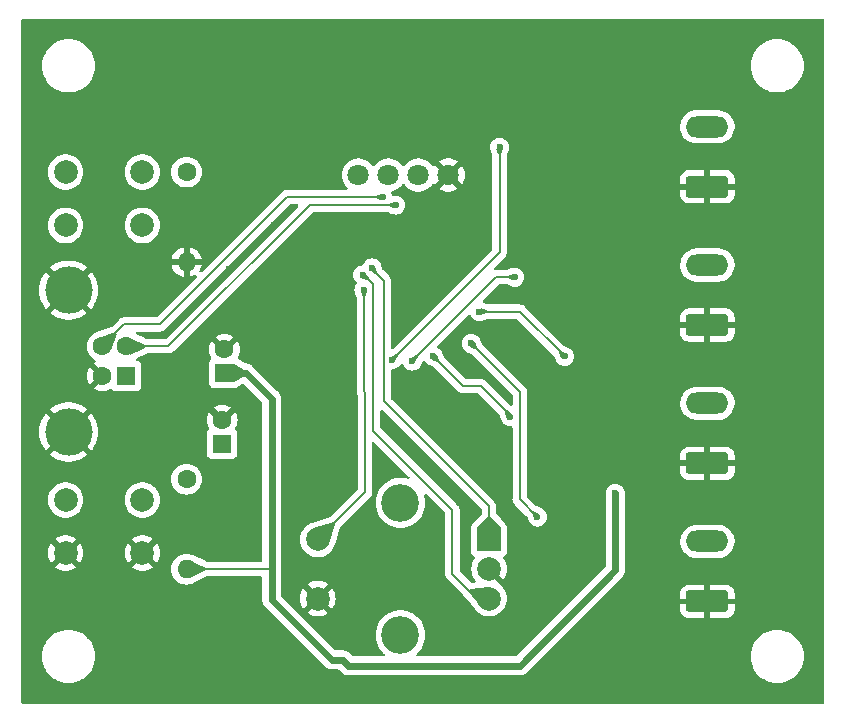
<source format=gbr>
%TF.GenerationSoftware,KiCad,Pcbnew,7.0.11+1*%
%TF.CreationDate,2024-03-31T13:17:56+02:00*%
%TF.ProjectId,ch32v203_thermokoppel,63683332-7632-4303-935f-746865726d6f,rev?*%
%TF.SameCoordinates,Original*%
%TF.FileFunction,Copper,L2,Bot*%
%TF.FilePolarity,Positive*%
%FSLAX46Y46*%
G04 Gerber Fmt 4.6, Leading zero omitted, Abs format (unit mm)*
G04 Created by KiCad (PCBNEW 7.0.11+1) date 2024-03-31 13:17:56*
%MOMM*%
%LPD*%
G01*
G04 APERTURE LIST*
G04 Aperture macros list*
%AMRoundRect*
0 Rectangle with rounded corners*
0 $1 Rounding radius*
0 $2 $3 $4 $5 $6 $7 $8 $9 X,Y pos of 4 corners*
0 Add a 4 corners polygon primitive as box body*
4,1,4,$2,$3,$4,$5,$6,$7,$8,$9,$2,$3,0*
0 Add four circle primitives for the rounded corners*
1,1,$1+$1,$2,$3*
1,1,$1+$1,$4,$5*
1,1,$1+$1,$6,$7*
1,1,$1+$1,$8,$9*
0 Add four rect primitives between the rounded corners*
20,1,$1+$1,$2,$3,$4,$5,0*
20,1,$1+$1,$4,$5,$6,$7,0*
20,1,$1+$1,$6,$7,$8,$9,0*
20,1,$1+$1,$8,$9,$2,$3,0*%
G04 Aperture macros list end*
%TA.AperFunction,ComponentPad*%
%ADD10C,2.000000*%
%TD*%
%TA.AperFunction,ComponentPad*%
%ADD11C,3.200000*%
%TD*%
%TA.AperFunction,ComponentPad*%
%ADD12R,2.000000X2.000000*%
%TD*%
%TA.AperFunction,ComponentPad*%
%ADD13C,1.800000*%
%TD*%
%TA.AperFunction,ComponentPad*%
%ADD14C,1.600000*%
%TD*%
%TA.AperFunction,ComponentPad*%
%ADD15O,1.600000X1.600000*%
%TD*%
%TA.AperFunction,ComponentPad*%
%ADD16O,3.600000X1.800000*%
%TD*%
%TA.AperFunction,ComponentPad*%
%ADD17RoundRect,0.250000X1.550000X-0.650000X1.550000X0.650000X-1.550000X0.650000X-1.550000X-0.650000X0*%
%TD*%
%TA.AperFunction,ComponentPad*%
%ADD18C,4.000000*%
%TD*%
%TA.AperFunction,ComponentPad*%
%ADD19R,1.600000X1.600000*%
%TD*%
%TA.AperFunction,ViaPad*%
%ADD20C,0.600000*%
%TD*%
%TA.AperFunction,Conductor*%
%ADD21C,0.200000*%
%TD*%
%TA.AperFunction,Conductor*%
%ADD22C,0.600000*%
%TD*%
G04 APERTURE END LIST*
D10*
%TO.P,SW3,S2,S2*%
%TO.N,rotsw*%
X121100000Y-85100000D03*
%TO.P,SW3,S1,S1*%
%TO.N,GND*%
X121100000Y-90100000D03*
D11*
%TO.P,SW3,MP*%
%TO.N,N/C*%
X128100000Y-93200000D03*
X128100000Y-82000000D03*
D10*
%TO.P,SW3,C,C*%
%TO.N,GND*%
X135600000Y-87600000D03*
%TO.P,SW3,B,B*%
%TO.N,rotb*%
X135600000Y-90100000D03*
D12*
%TO.P,SW3,A,A*%
%TO.N,rotA*%
X135600000Y-85100000D03*
%TD*%
D13*
%TO.P,U7,4,sda*%
%TO.N,sda*%
X124540000Y-54240000D03*
%TO.P,U7,3,scl*%
%TO.N,scl*%
X127080000Y-54240000D03*
%TO.P,U7,2,vcc*%
%TO.N,+3.3V*%
X129620000Y-54240000D03*
%TO.P,U7,1,gnd*%
%TO.N,GND*%
X132160000Y-54240000D03*
%TD*%
D10*
%TO.P,SW2,1,1*%
%TO.N,boot*%
X106250000Y-54000000D03*
X99750000Y-54000000D03*
%TO.P,SW2,2,2*%
%TO.N,+3.3V*%
X106250000Y-58500000D03*
X99750000Y-58500000D03*
%TD*%
%TO.P,SW1,1,1*%
%TO.N,rst*%
X106250000Y-81750000D03*
X99750000Y-81750000D03*
%TO.P,SW1,2,2*%
%TO.N,GND*%
X106250000Y-86250000D03*
X99750000Y-86250000D03*
%TD*%
D14*
%TO.P,R2,1*%
%TO.N,boot*%
X110000000Y-53990000D03*
D15*
%TO.P,R2,2*%
%TO.N,GND*%
X110000000Y-61610000D03*
%TD*%
%TO.P,R1,2*%
%TO.N,+3.3V*%
X110000000Y-87620000D03*
D14*
%TO.P,R1,1*%
%TO.N,rst*%
X110000000Y-80000000D03*
%TD*%
D16*
%TO.P,J5,2,Pin_2*%
%TO.N,Net-(J5-Pin_2)*%
X154090000Y-85272500D03*
D17*
%TO.P,J5,1,Pin_1*%
%TO.N,GND*%
X154090000Y-90352500D03*
%TD*%
%TO.P,J4,1,Pin_1*%
%TO.N,GND*%
X154090000Y-78649166D03*
D16*
%TO.P,J4,2,Pin_2*%
%TO.N,Net-(J4-Pin_2)*%
X154090000Y-73569166D03*
%TD*%
D17*
%TO.P,J3,1,Pin_1*%
%TO.N,GND*%
X154090000Y-66945833D03*
D16*
%TO.P,J3,2,Pin_2*%
%TO.N,Net-(J3-Pin_2)*%
X154090000Y-61865833D03*
%TD*%
D17*
%TO.P,J2,1,Pin_1*%
%TO.N,GND*%
X154090000Y-55242500D03*
D16*
%TO.P,J2,2,Pin_2*%
%TO.N,Net-(J2-Pin_2)*%
X154090000Y-50162500D03*
%TD*%
D18*
%TO.P,J1,5,Shield*%
%TO.N,GND*%
X100000000Y-64000000D03*
X100000000Y-76000000D03*
D14*
%TO.P,J1,4,GND*%
X102860000Y-71250000D03*
%TO.P,J1,3,D+*%
%TO.N,usbp*%
X102860000Y-68750000D03*
%TO.P,J1,2,D-*%
%TO.N,usbm*%
X104860000Y-68750000D03*
D19*
%TO.P,J1,1,VBUS*%
%TO.N,+5V*%
X104860000Y-71250000D03*
%TD*%
%TO.P,C6,1*%
%TO.N,+3.3V*%
X113190000Y-71000000D03*
D14*
%TO.P,C6,2*%
%TO.N,GND*%
X113190000Y-69000000D03*
%TD*%
D19*
%TO.P,C5,1*%
%TO.N,+5V*%
X113000000Y-77000000D03*
D14*
%TO.P,C5,2*%
%TO.N,GND*%
X113000000Y-75000000D03*
%TD*%
D20*
%TO.N,GND*%
X121700000Y-58200000D03*
X132600000Y-59000000D03*
X131900000Y-56400000D03*
X143700000Y-69400000D03*
X143600000Y-57900000D03*
X130100000Y-78700000D03*
X107600000Y-67800000D03*
X117400000Y-58500000D03*
X107700000Y-77100000D03*
X152900000Y-45000000D03*
X134200000Y-73700000D03*
X137800000Y-69000000D03*
X148000000Y-56800000D03*
X103600000Y-62800000D03*
X108400000Y-63800000D03*
X113600000Y-62200000D03*
X123700000Y-51400000D03*
X118600000Y-61300000D03*
X120800000Y-67900000D03*
X121000000Y-80700000D03*
X114500000Y-79900000D03*
X114800000Y-85400000D03*
X136200000Y-79800000D03*
X140300000Y-81300000D03*
X143400000Y-74400000D03*
X135000000Y-75600000D03*
X134500000Y-71000000D03*
X139900000Y-71000000D03*
X135300000Y-67500000D03*
X136700000Y-64800000D03*
X133300000Y-62500000D03*
X139800000Y-58000000D03*
X137200000Y-48700000D03*
X119900000Y-96500000D03*
X123700000Y-93600000D03*
X142300000Y-94700000D03*
X138800000Y-92100000D03*
X147800000Y-68900000D03*
X143200000Y-81300000D03*
X148300000Y-80600000D03*
X152500000Y-94400000D03*
X115000000Y-55300000D03*
X112500000Y-60100000D03*
X114500000Y-64700000D03*
X109500000Y-72300000D03*
X105600000Y-76900000D03*
X129700000Y-86800000D03*
X131200000Y-75000000D03*
%TO.N,rotsw*%
X125000000Y-64000000D03*
%TO.N,rotb*%
X124900000Y-62700000D03*
%TO.N,rotA*%
X125700000Y-62100000D03*
%TO.N,usbp*%
X126600000Y-56100000D03*
%TO.N,usbm*%
X127700000Y-56800000D03*
%TO.N,cs1*%
X136490000Y-51900000D03*
%TO.N,cs2*%
X137790000Y-62900000D03*
%TO.N,cs3*%
X137390000Y-74700000D03*
%TO.N,cs4*%
X139700000Y-83200000D03*
%TO.N,cs1*%
X127390000Y-69900000D03*
%TO.N,cs2*%
X129090000Y-70000000D03*
%TO.N,cs4*%
X134090000Y-68500000D03*
%TO.N,cs3*%
X130890000Y-69600000D03*
%TO.N,sck*%
X141990000Y-69600000D03*
X134790000Y-65800000D03*
%TO.N,+3.3V*%
X146290000Y-81200000D03*
%TD*%
D21*
%TO.N,rotb*%
X135600000Y-90100000D02*
X134600000Y-90100000D01*
X125800000Y-63500000D02*
X125000000Y-62700000D01*
X134600000Y-90100000D02*
X132500000Y-88000000D01*
X132500000Y-88000000D02*
X132500000Y-82600000D01*
X125800000Y-75900000D02*
X125800000Y-63500000D01*
X132500000Y-82600000D02*
X125800000Y-75900000D01*
%TO.N,rotA*%
X135600000Y-85100000D02*
X135600000Y-82300000D01*
X135600000Y-82300000D02*
X126700000Y-73400000D01*
X126700000Y-73400000D02*
X126700000Y-63200000D01*
X126700000Y-63200000D02*
X125700000Y-62200000D01*
%TO.N,usbm*%
X104860000Y-68750000D02*
X108450000Y-68750000D01*
X108450000Y-68750000D02*
X120400000Y-56800000D01*
X120400000Y-56800000D02*
X127700000Y-56800000D01*
D22*
%TO.N,+3.3V*%
X117190000Y-87500000D02*
X117190000Y-90190000D01*
X122300000Y-95300000D02*
X123200000Y-95300000D01*
X117190000Y-90190000D02*
X122300000Y-95300000D01*
X123200000Y-95300000D02*
X123700000Y-95800000D01*
X123700000Y-95800000D02*
X138200000Y-95800000D01*
X138200000Y-95800000D02*
X146290000Y-87710000D01*
X146290000Y-87710000D02*
X146290000Y-81200000D01*
D21*
%TO.N,rotsw*%
X125000000Y-64000000D02*
X125100000Y-64000000D01*
%TO.N,rotb*%
X124900000Y-62600000D02*
X125000000Y-62700000D01*
X124900000Y-62700000D02*
X124900000Y-62600000D01*
X125000000Y-62700000D02*
X124900000Y-62700000D01*
%TO.N,rotA*%
X125600000Y-62100000D02*
X125700000Y-62200000D01*
X125700000Y-62100000D02*
X125600000Y-62100000D01*
X125700000Y-62200000D02*
X125700000Y-62100000D01*
%TO.N,rotsw*%
X125100000Y-81100000D02*
X125000000Y-64000000D01*
X121100000Y-85100000D02*
X125100000Y-81100000D01*
%TO.N,cs4*%
X138190000Y-81690000D02*
X138190000Y-72600000D01*
X139700000Y-83200000D02*
X138190000Y-81690000D01*
X138190000Y-72600000D02*
X134090000Y-68500000D01*
D22*
%TO.N,+3.3V*%
X117190000Y-73190000D02*
X117190000Y-87500000D01*
D21*
X110000000Y-87620000D02*
X117070000Y-87620000D01*
X117070000Y-87620000D02*
X117190000Y-87500000D01*
%TO.N,usbp*%
X126600000Y-56100000D02*
X126400000Y-56100000D01*
%TO.N,usbm*%
X127700000Y-56800000D02*
X127600000Y-56800000D01*
%TO.N,usbp*%
X102860000Y-68750000D02*
X104710000Y-66900000D01*
X107700000Y-66900000D02*
X118500000Y-56100000D01*
X104710000Y-66900000D02*
X107700000Y-66900000D01*
X118500000Y-56100000D02*
X126600000Y-56100000D01*
D22*
%TO.N,+3.3V*%
X113190000Y-71000000D02*
X115000000Y-71000000D01*
X115000000Y-71000000D02*
X117190000Y-73190000D01*
D21*
%TO.N,cs2*%
X137790000Y-62900000D02*
X137690000Y-62900000D01*
%TO.N,cs3*%
X137490000Y-74700000D02*
X137390000Y-74600000D01*
X137390000Y-74700000D02*
X137490000Y-74700000D01*
X137390000Y-74600000D02*
X137390000Y-74700000D01*
X130890000Y-69600000D02*
X133390000Y-72100000D01*
X133390000Y-72100000D02*
X134890000Y-72100000D01*
X134890000Y-72100000D02*
X137390000Y-74600000D01*
%TO.N,cs2*%
X136190000Y-62900000D02*
X137790000Y-62900000D01*
X129090000Y-70000000D02*
X136190000Y-62900000D01*
%TO.N,cs1*%
X136490000Y-60800000D02*
X136490000Y-51900000D01*
X127390000Y-69900000D02*
X136490000Y-60800000D01*
%TO.N,sck*%
X134790000Y-65800000D02*
X138190000Y-65800000D01*
X138190000Y-65800000D02*
X141990000Y-69600000D01*
%TD*%
%TA.AperFunction,Conductor*%
%TO.N,GND*%
G36*
X126605703Y-74155384D02*
G01*
X126612181Y-74161416D01*
X134963181Y-82512416D01*
X134996666Y-82573739D01*
X134999500Y-82600097D01*
X134999500Y-82852879D01*
X134979815Y-82919918D01*
X134967669Y-82935830D01*
X134231682Y-83753596D01*
X134205666Y-83784958D01*
X134205663Y-83784961D01*
X134195096Y-83803880D01*
X134186109Y-83817718D01*
X134156205Y-83857665D01*
X134156202Y-83857670D01*
X134141718Y-83896504D01*
X134137127Y-83906444D01*
X134137383Y-83906564D01*
X134135510Y-83910562D01*
X134132507Y-83918384D01*
X134132497Y-83918414D01*
X134130747Y-83924666D01*
X134127522Y-83934566D01*
X134105908Y-83992517D01*
X134100162Y-84045971D01*
X134099501Y-84052123D01*
X134099500Y-84052135D01*
X134099500Y-86147870D01*
X134099501Y-86147876D01*
X134105908Y-86207483D01*
X134156202Y-86342328D01*
X134156206Y-86342335D01*
X134242452Y-86457544D01*
X134242455Y-86457547D01*
X134358986Y-86544783D01*
X134400857Y-86600717D01*
X134405841Y-86670408D01*
X134388484Y-86711870D01*
X134276267Y-86883631D01*
X134176412Y-87111282D01*
X134115387Y-87352261D01*
X134115385Y-87352270D01*
X134094859Y-87599994D01*
X134094859Y-87600005D01*
X134115385Y-87847729D01*
X134115387Y-87847738D01*
X134176412Y-88088717D01*
X134276267Y-88316367D01*
X134412232Y-88524478D01*
X134436714Y-88551072D01*
X134467637Y-88613726D01*
X134459777Y-88683152D01*
X134415630Y-88737308D01*
X134362168Y-88757928D01*
X134198550Y-88780143D01*
X134129472Y-88769656D01*
X134094186Y-88744951D01*
X133136819Y-87787583D01*
X133103334Y-87726260D01*
X133100500Y-87699902D01*
X133100500Y-82647487D01*
X133101561Y-82631301D01*
X133105682Y-82600000D01*
X133105682Y-82599998D01*
X133088173Y-82467005D01*
X133085044Y-82443238D01*
X133025713Y-82300000D01*
X133024538Y-82297163D01*
X133024535Y-82297157D01*
X132983578Y-82243782D01*
X132983576Y-82243780D01*
X132928282Y-82171718D01*
X132903228Y-82152493D01*
X132891034Y-82141799D01*
X126436819Y-75687584D01*
X126403334Y-75626261D01*
X126400500Y-75599903D01*
X126400500Y-74249097D01*
X126420185Y-74182058D01*
X126472989Y-74136303D01*
X126542147Y-74126359D01*
X126605703Y-74155384D01*
G37*
%TD.AperFunction*%
%TA.AperFunction,Conductor*%
G36*
X119417942Y-56720185D02*
G01*
X119463697Y-56772989D01*
X119473641Y-56842147D01*
X119444616Y-56905703D01*
X119438584Y-56912181D01*
X108237584Y-68113181D01*
X108176261Y-68146666D01*
X108149903Y-68149500D01*
X106617119Y-68149500D01*
X106562203Y-68136677D01*
X106280922Y-67997737D01*
X105750385Y-67735676D01*
X105698997Y-67688338D01*
X105681359Y-67620731D01*
X105703072Y-67554321D01*
X105757243Y-67510192D01*
X105805302Y-67500500D01*
X107652513Y-67500500D01*
X107668697Y-67501560D01*
X107700000Y-67505682D01*
X107700001Y-67505682D01*
X107752254Y-67498802D01*
X107856762Y-67485044D01*
X108002841Y-67424536D01*
X108128282Y-67328282D01*
X108147510Y-67303222D01*
X108158189Y-67291044D01*
X118712417Y-56736819D01*
X118773740Y-56703334D01*
X118800098Y-56700500D01*
X119350903Y-56700500D01*
X119417942Y-56720185D01*
G37*
%TD.AperFunction*%
%TA.AperFunction,Conductor*%
G36*
X163943039Y-41019685D02*
G01*
X163988794Y-41072489D01*
X164000000Y-41124000D01*
X164000000Y-98876000D01*
X163980315Y-98943039D01*
X163927511Y-98988794D01*
X163876000Y-99000000D01*
X96124000Y-99000000D01*
X96056961Y-98980315D01*
X96011206Y-98927511D01*
X96000000Y-98876000D01*
X96000000Y-95000007D01*
X97744671Y-95000007D01*
X97763964Y-95294363D01*
X97763965Y-95294373D01*
X97763966Y-95294380D01*
X97763968Y-95294390D01*
X97821518Y-95583716D01*
X97821521Y-95583730D01*
X97916349Y-95863080D01*
X98046825Y-96127660D01*
X98046829Y-96127667D01*
X98210725Y-96372955D01*
X98405241Y-96594758D01*
X98627043Y-96789273D01*
X98872335Y-96953172D01*
X99136923Y-97083652D01*
X99416278Y-97178481D01*
X99705620Y-97236034D01*
X99733888Y-97237886D01*
X99999993Y-97255329D01*
X100000000Y-97255329D01*
X100000007Y-97255329D01*
X100235675Y-97239881D01*
X100294380Y-97236034D01*
X100583722Y-97178481D01*
X100863077Y-97083652D01*
X101127665Y-96953172D01*
X101372957Y-96789273D01*
X101594758Y-96594758D01*
X101789273Y-96372957D01*
X101953172Y-96127665D01*
X102083652Y-95863077D01*
X102178481Y-95583722D01*
X102236034Y-95294380D01*
X102255329Y-95000000D01*
X102255329Y-94999992D01*
X102236035Y-94705636D01*
X102236034Y-94705620D01*
X102178481Y-94416278D01*
X102083652Y-94136923D01*
X101953172Y-93872336D01*
X101789273Y-93627043D01*
X101666183Y-93486686D01*
X101594758Y-93405241D01*
X101372955Y-93210725D01*
X101127667Y-93046829D01*
X101127660Y-93046825D01*
X100863080Y-92916349D01*
X100583730Y-92821521D01*
X100583724Y-92821519D01*
X100583722Y-92821519D01*
X100294380Y-92763966D01*
X100294373Y-92763965D01*
X100294363Y-92763964D01*
X100000007Y-92744671D01*
X99999993Y-92744671D01*
X99705636Y-92763964D01*
X99705624Y-92763965D01*
X99705620Y-92763966D01*
X99705612Y-92763967D01*
X99705609Y-92763968D01*
X99416283Y-92821518D01*
X99416269Y-92821521D01*
X99136919Y-92916349D01*
X98872334Y-93046828D01*
X98627041Y-93210728D01*
X98405241Y-93405241D01*
X98210728Y-93627041D01*
X98046828Y-93872334D01*
X97916349Y-94136919D01*
X97821521Y-94416269D01*
X97821518Y-94416283D01*
X97763968Y-94705609D01*
X97763964Y-94705636D01*
X97744671Y-94999992D01*
X97744671Y-95000007D01*
X96000000Y-95000007D01*
X96000000Y-86250005D01*
X98244859Y-86250005D01*
X98265385Y-86497729D01*
X98265387Y-86497738D01*
X98326412Y-86738717D01*
X98426266Y-86966364D01*
X98526564Y-87119882D01*
X99224070Y-86422376D01*
X99226884Y-86435915D01*
X99296442Y-86570156D01*
X99399638Y-86680652D01*
X99528819Y-86759209D01*
X99580002Y-86773549D01*
X98879942Y-87473609D01*
X98926768Y-87510055D01*
X98926770Y-87510056D01*
X99145385Y-87628364D01*
X99145396Y-87628369D01*
X99380506Y-87709083D01*
X99625707Y-87750000D01*
X99874293Y-87750000D01*
X100119493Y-87709083D01*
X100354603Y-87628369D01*
X100354614Y-87628364D01*
X100573228Y-87510057D01*
X100573231Y-87510055D01*
X100620056Y-87473609D01*
X99921568Y-86775121D01*
X100038458Y-86724349D01*
X100155739Y-86628934D01*
X100242928Y-86505415D01*
X100273354Y-86419802D01*
X100973434Y-87119882D01*
X101073731Y-86966369D01*
X101173587Y-86738717D01*
X101234612Y-86497738D01*
X101234614Y-86497729D01*
X101255141Y-86250005D01*
X104744859Y-86250005D01*
X104765385Y-86497729D01*
X104765387Y-86497738D01*
X104826412Y-86738717D01*
X104926266Y-86966364D01*
X105026564Y-87119882D01*
X105724070Y-86422376D01*
X105726884Y-86435915D01*
X105796442Y-86570156D01*
X105899638Y-86680652D01*
X106028819Y-86759209D01*
X106080002Y-86773549D01*
X105379942Y-87473609D01*
X105426768Y-87510055D01*
X105426770Y-87510056D01*
X105645385Y-87628364D01*
X105645396Y-87628369D01*
X105880506Y-87709083D01*
X106125707Y-87750000D01*
X106374293Y-87750000D01*
X106619493Y-87709083D01*
X106854603Y-87628369D01*
X106854614Y-87628364D01*
X106870068Y-87620001D01*
X108694532Y-87620001D01*
X108714364Y-87846686D01*
X108714366Y-87846697D01*
X108773258Y-88066488D01*
X108773261Y-88066497D01*
X108869431Y-88272732D01*
X108869432Y-88272734D01*
X108999954Y-88459141D01*
X109160858Y-88620045D01*
X109160861Y-88620047D01*
X109347266Y-88750568D01*
X109553504Y-88846739D01*
X109773308Y-88905635D01*
X109935230Y-88919801D01*
X109999998Y-88925468D01*
X110000000Y-88925468D01*
X110000002Y-88925468D01*
X110056673Y-88920509D01*
X110226692Y-88905635D01*
X110446496Y-88846739D01*
X110504126Y-88819864D01*
X110517965Y-88814398D01*
X110541213Y-88806798D01*
X111702201Y-88233322D01*
X111757117Y-88220500D01*
X116265500Y-88220500D01*
X116332539Y-88240185D01*
X116378294Y-88292989D01*
X116389500Y-88344500D01*
X116389500Y-90280191D01*
X116389501Y-90280200D01*
X116398017Y-90317518D01*
X116400345Y-90331217D01*
X116404633Y-90369260D01*
X116417271Y-90405380D01*
X116421119Y-90418735D01*
X116429639Y-90456061D01*
X116446250Y-90490554D01*
X116451570Y-90503397D01*
X116464212Y-90539525D01*
X116484572Y-90571927D01*
X116491296Y-90584093D01*
X116507910Y-90618589D01*
X116531771Y-90648510D01*
X116539817Y-90659849D01*
X116560184Y-90692262D01*
X116592174Y-90724252D01*
X121670184Y-95802262D01*
X121797738Y-95929816D01*
X121830148Y-95950180D01*
X121841479Y-95958219D01*
X121871413Y-95982091D01*
X121905905Y-95998701D01*
X121918057Y-96005417D01*
X121950478Y-96025789D01*
X121986613Y-96038433D01*
X121999458Y-96043754D01*
X122012784Y-96050171D01*
X122033936Y-96060358D01*
X122033937Y-96060358D01*
X122033939Y-96060359D01*
X122071255Y-96068876D01*
X122084606Y-96072722D01*
X122120745Y-96085368D01*
X122158797Y-96089655D01*
X122172475Y-96091979D01*
X122209805Y-96100500D01*
X122255046Y-96100500D01*
X122817060Y-96100500D01*
X122884099Y-96120185D01*
X122904741Y-96136819D01*
X123197739Y-96429817D01*
X123197742Y-96429819D01*
X123230143Y-96450178D01*
X123241483Y-96458224D01*
X123270947Y-96481720D01*
X123271414Y-96482092D01*
X123305895Y-96498697D01*
X123305899Y-96498699D01*
X123318067Y-96505425D01*
X123350470Y-96525785D01*
X123350473Y-96525786D01*
X123350478Y-96525789D01*
X123386613Y-96538433D01*
X123399442Y-96543748D01*
X123433939Y-96560360D01*
X123471249Y-96568876D01*
X123484612Y-96572725D01*
X123520742Y-96585367D01*
X123520745Y-96585368D01*
X123558790Y-96589654D01*
X123572479Y-96591980D01*
X123609806Y-96600500D01*
X123609808Y-96600500D01*
X138290194Y-96600500D01*
X138327517Y-96591981D01*
X138341211Y-96589654D01*
X138379255Y-96585368D01*
X138415392Y-96572722D01*
X138428726Y-96568881D01*
X138466061Y-96560360D01*
X138500561Y-96543745D01*
X138513398Y-96538429D01*
X138549519Y-96525790D01*
X138549518Y-96525790D01*
X138549522Y-96525789D01*
X138581939Y-96505419D01*
X138594103Y-96498697D01*
X138628587Y-96482091D01*
X138658515Y-96458222D01*
X138669847Y-96450182D01*
X138702262Y-96429816D01*
X138829816Y-96302262D01*
X140132071Y-95000007D01*
X157744671Y-95000007D01*
X157763964Y-95294363D01*
X157763965Y-95294373D01*
X157763966Y-95294380D01*
X157763968Y-95294390D01*
X157821518Y-95583716D01*
X157821521Y-95583730D01*
X157916349Y-95863080D01*
X158046825Y-96127660D01*
X158046829Y-96127667D01*
X158210725Y-96372955D01*
X158405241Y-96594758D01*
X158627043Y-96789273D01*
X158872335Y-96953172D01*
X159136923Y-97083652D01*
X159416278Y-97178481D01*
X159705620Y-97236034D01*
X159733888Y-97237886D01*
X159999993Y-97255329D01*
X160000000Y-97255329D01*
X160000007Y-97255329D01*
X160235675Y-97239881D01*
X160294380Y-97236034D01*
X160583722Y-97178481D01*
X160863077Y-97083652D01*
X161127665Y-96953172D01*
X161372957Y-96789273D01*
X161594758Y-96594758D01*
X161789273Y-96372957D01*
X161953172Y-96127665D01*
X162083652Y-95863077D01*
X162178481Y-95583722D01*
X162236034Y-95294380D01*
X162255329Y-95000000D01*
X162255329Y-94999992D01*
X162236035Y-94705636D01*
X162236034Y-94705620D01*
X162178481Y-94416278D01*
X162083652Y-94136923D01*
X161953172Y-93872336D01*
X161789273Y-93627043D01*
X161666183Y-93486686D01*
X161594758Y-93405241D01*
X161372955Y-93210725D01*
X161127667Y-93046829D01*
X161127660Y-93046825D01*
X160863080Y-92916349D01*
X160583730Y-92821521D01*
X160583724Y-92821519D01*
X160583722Y-92821519D01*
X160294380Y-92763966D01*
X160294373Y-92763965D01*
X160294363Y-92763964D01*
X160000007Y-92744671D01*
X159999993Y-92744671D01*
X159705636Y-92763964D01*
X159705624Y-92763965D01*
X159705620Y-92763966D01*
X159705612Y-92763967D01*
X159705609Y-92763968D01*
X159416283Y-92821518D01*
X159416269Y-92821521D01*
X159136919Y-92916349D01*
X158872334Y-93046828D01*
X158627041Y-93210728D01*
X158405241Y-93405241D01*
X158210728Y-93627041D01*
X158046828Y-93872334D01*
X157916349Y-94136919D01*
X157821521Y-94416269D01*
X157821518Y-94416283D01*
X157763968Y-94705609D01*
X157763964Y-94705636D01*
X157744671Y-94999992D01*
X157744671Y-95000007D01*
X140132071Y-95000007D01*
X145029578Y-90102500D01*
X151790000Y-90102500D01*
X153544118Y-90102500D01*
X153505444Y-90195869D01*
X153484823Y-90352500D01*
X153505444Y-90509131D01*
X153544118Y-90602500D01*
X151790001Y-90602500D01*
X151790001Y-91052486D01*
X151800494Y-91155197D01*
X151855641Y-91321619D01*
X151855643Y-91321624D01*
X151947684Y-91470845D01*
X152071654Y-91594815D01*
X152220875Y-91686856D01*
X152220880Y-91686858D01*
X152387302Y-91742005D01*
X152387309Y-91742006D01*
X152490019Y-91752499D01*
X153839999Y-91752499D01*
X153840000Y-91752498D01*
X153840000Y-90898381D01*
X153933369Y-90937056D01*
X154050677Y-90952500D01*
X154129323Y-90952500D01*
X154246631Y-90937056D01*
X154340000Y-90898381D01*
X154340000Y-91752499D01*
X155689972Y-91752499D01*
X155689986Y-91752498D01*
X155792697Y-91742005D01*
X155959119Y-91686858D01*
X155959124Y-91686856D01*
X156108345Y-91594815D01*
X156232315Y-91470845D01*
X156324356Y-91321624D01*
X156324358Y-91321619D01*
X156379505Y-91155197D01*
X156379506Y-91155190D01*
X156389999Y-91052486D01*
X156390000Y-91052473D01*
X156390000Y-90602500D01*
X154635882Y-90602500D01*
X154674556Y-90509131D01*
X154695177Y-90352500D01*
X154674556Y-90195869D01*
X154635882Y-90102500D01*
X156389999Y-90102500D01*
X156389999Y-89652528D01*
X156389998Y-89652513D01*
X156379505Y-89549802D01*
X156324358Y-89383380D01*
X156324356Y-89383375D01*
X156232315Y-89234154D01*
X156108345Y-89110184D01*
X155959124Y-89018143D01*
X155959119Y-89018141D01*
X155792697Y-88962994D01*
X155792690Y-88962993D01*
X155689986Y-88952500D01*
X154340000Y-88952500D01*
X154340000Y-89806618D01*
X154246631Y-89767944D01*
X154129323Y-89752500D01*
X154050677Y-89752500D01*
X153933369Y-89767944D01*
X153840000Y-89806618D01*
X153840000Y-88952500D01*
X152490028Y-88952500D01*
X152490012Y-88952501D01*
X152387302Y-88962994D01*
X152220880Y-89018141D01*
X152220875Y-89018143D01*
X152071654Y-89110184D01*
X151947684Y-89234154D01*
X151855643Y-89383375D01*
X151855641Y-89383380D01*
X151800494Y-89549802D01*
X151800493Y-89549809D01*
X151790000Y-89652513D01*
X151790000Y-90102500D01*
X145029578Y-90102500D01*
X146887826Y-88244252D01*
X146919816Y-88212262D01*
X146940180Y-88179851D01*
X146948215Y-88168525D01*
X146972092Y-88138586D01*
X146988705Y-88104086D01*
X146995423Y-88091931D01*
X147015789Y-88059522D01*
X147028432Y-88023391D01*
X147033747Y-88010556D01*
X147050360Y-87976061D01*
X147058881Y-87938726D01*
X147062722Y-87925392D01*
X147075368Y-87889255D01*
X147079654Y-87851211D01*
X147081982Y-87837512D01*
X147088297Y-87809844D01*
X147090500Y-87800194D01*
X147090500Y-87619806D01*
X147090500Y-85212846D01*
X151785702Y-85212846D01*
X151795819Y-85451028D01*
X151795819Y-85451032D01*
X151846045Y-85684080D01*
X151934935Y-85905288D01*
X151934936Y-85905290D01*
X152059931Y-86108295D01*
X152094763Y-86147872D01*
X152184646Y-86249999D01*
X152217436Y-86287255D01*
X152402920Y-86437023D01*
X152611046Y-86553290D01*
X152799723Y-86619954D01*
X152835829Y-86632711D01*
X153070790Y-86672999D01*
X153070798Y-86672999D01*
X153070800Y-86673000D01*
X153070801Y-86673000D01*
X155049496Y-86673000D01*
X155049497Y-86673000D01*
X155049498Y-86672999D01*
X155049515Y-86672999D01*
X155227536Y-86657847D01*
X155227539Y-86657846D01*
X155227541Y-86657846D01*
X155458249Y-86597775D01*
X155590973Y-86537779D01*
X155675480Y-86499580D01*
X155675481Y-86499578D01*
X155675486Y-86499577D01*
X155873003Y-86366079D01*
X156045118Y-86201121D01*
X156186879Y-86009447D01*
X156294207Y-85796574D01*
X156364016Y-85568623D01*
X156394298Y-85332154D01*
X156384180Y-85093968D01*
X156369615Y-85026388D01*
X156333954Y-84860919D01*
X156305824Y-84790916D01*
X156245064Y-84639710D01*
X156120069Y-84436705D01*
X155962564Y-84257745D01*
X155777080Y-84107977D01*
X155615419Y-84017667D01*
X155568955Y-83991710D01*
X155344170Y-83912288D01*
X155109209Y-83872000D01*
X155109200Y-83872000D01*
X153130503Y-83872000D01*
X153130484Y-83872000D01*
X152952463Y-83887152D01*
X152721751Y-83947224D01*
X152504519Y-84045419D01*
X152504511Y-84045424D01*
X152307006Y-84178913D01*
X152306997Y-84178921D01*
X152134881Y-84343879D01*
X151993123Y-84535550D01*
X151993120Y-84535554D01*
X151885796Y-84748420D01*
X151885793Y-84748426D01*
X151815983Y-84976378D01*
X151785702Y-85212846D01*
X147090500Y-85212846D01*
X147090500Y-81251914D01*
X147091280Y-81238029D01*
X147095565Y-81200001D01*
X147095565Y-81199996D01*
X147075369Y-81020750D01*
X147075368Y-81020745D01*
X147029387Y-80889340D01*
X147015789Y-80850478D01*
X147008665Y-80839141D01*
X146976582Y-80788080D01*
X146919816Y-80697738D01*
X146792262Y-80570184D01*
X146663896Y-80489526D01*
X146639523Y-80474211D01*
X146469254Y-80414631D01*
X146469249Y-80414630D01*
X146290004Y-80394435D01*
X146289996Y-80394435D01*
X146110750Y-80414630D01*
X146110745Y-80414631D01*
X145940476Y-80474211D01*
X145787737Y-80570184D01*
X145660184Y-80697737D01*
X145564211Y-80850476D01*
X145504631Y-81020745D01*
X145504630Y-81020750D01*
X145484435Y-81199996D01*
X145484435Y-81200001D01*
X145488720Y-81238029D01*
X145489500Y-81251914D01*
X145489500Y-87327060D01*
X145469815Y-87394099D01*
X145453181Y-87414741D01*
X137904741Y-94963181D01*
X137843418Y-94996666D01*
X137817060Y-94999500D01*
X129565399Y-94999500D01*
X129498360Y-94979815D01*
X129452605Y-94927011D01*
X129442661Y-94857853D01*
X129471686Y-94794297D01*
X129487138Y-94779316D01*
X129537053Y-94738708D01*
X129733189Y-94528698D01*
X129898901Y-94293936D01*
X130031104Y-94038797D01*
X130127334Y-93768032D01*
X130185798Y-93486686D01*
X130205408Y-93200000D01*
X130185798Y-92913314D01*
X130127334Y-92631968D01*
X130031105Y-92361206D01*
X130031106Y-92361206D01*
X129898901Y-92106064D01*
X129733187Y-91871299D01*
X129654554Y-91787105D01*
X129537053Y-91661292D01*
X129314147Y-91479945D01*
X129314146Y-91479944D01*
X129068617Y-91330634D01*
X128805063Y-91216158D01*
X128805061Y-91216157D01*
X128805058Y-91216156D01*
X128642665Y-91170656D01*
X128528364Y-91138630D01*
X128528359Y-91138629D01*
X128528358Y-91138629D01*
X128334221Y-91111945D01*
X128243679Y-91099500D01*
X128243678Y-91099500D01*
X127956322Y-91099500D01*
X127956321Y-91099500D01*
X127671642Y-91138629D01*
X127671635Y-91138630D01*
X127463861Y-91196845D01*
X127394942Y-91216156D01*
X127394939Y-91216156D01*
X127394936Y-91216158D01*
X127394935Y-91216158D01*
X127131382Y-91330634D01*
X126885853Y-91479944D01*
X126662950Y-91661289D01*
X126466812Y-91871299D01*
X126301098Y-92106064D01*
X126168894Y-92361206D01*
X126072667Y-92631962D01*
X126072666Y-92631965D01*
X126014201Y-92913319D01*
X125994592Y-93200000D01*
X126014201Y-93486680D01*
X126072666Y-93768034D01*
X126072667Y-93768037D01*
X126168894Y-94038793D01*
X126168893Y-94038793D01*
X126301098Y-94293935D01*
X126466812Y-94528700D01*
X126509317Y-94574211D01*
X126662947Y-94738708D01*
X126712857Y-94779312D01*
X126752436Y-94836889D01*
X126754605Y-94906725D01*
X126718674Y-94966647D01*
X126656050Y-94997631D01*
X126634601Y-94999500D01*
X124082940Y-94999500D01*
X124015901Y-94979815D01*
X123995259Y-94963181D01*
X123702262Y-94670184D01*
X123702259Y-94670182D01*
X123669849Y-94649817D01*
X123658510Y-94641771D01*
X123628589Y-94617910D01*
X123594093Y-94601296D01*
X123581927Y-94594572D01*
X123549524Y-94574212D01*
X123549525Y-94574212D01*
X123542652Y-94571807D01*
X123513393Y-94561568D01*
X123500554Y-94556250D01*
X123466061Y-94539639D01*
X123428735Y-94531119D01*
X123415380Y-94527271D01*
X123379260Y-94514633D01*
X123379256Y-94514632D01*
X123379255Y-94514632D01*
X123361139Y-94512590D01*
X123341217Y-94510345D01*
X123327518Y-94508017D01*
X123290200Y-94499501D01*
X123290196Y-94499500D01*
X123290194Y-94499500D01*
X123290191Y-94499500D01*
X122682940Y-94499500D01*
X122615901Y-94479815D01*
X122595259Y-94463181D01*
X118232083Y-90100005D01*
X119594859Y-90100005D01*
X119615385Y-90347729D01*
X119615387Y-90347738D01*
X119676412Y-90588717D01*
X119776266Y-90816364D01*
X119876564Y-90969882D01*
X120616923Y-90229523D01*
X120640507Y-90309844D01*
X120718239Y-90430798D01*
X120826900Y-90524952D01*
X120957685Y-90584680D01*
X120967466Y-90586086D01*
X120229942Y-91323609D01*
X120276768Y-91360055D01*
X120276770Y-91360056D01*
X120495385Y-91478364D01*
X120495396Y-91478369D01*
X120730506Y-91559083D01*
X120975707Y-91600000D01*
X121224293Y-91600000D01*
X121469493Y-91559083D01*
X121704603Y-91478369D01*
X121704614Y-91478364D01*
X121923228Y-91360057D01*
X121923231Y-91360055D01*
X121970056Y-91323609D01*
X121232533Y-90586086D01*
X121242315Y-90584680D01*
X121373100Y-90524952D01*
X121481761Y-90430798D01*
X121559493Y-90309844D01*
X121583076Y-90229524D01*
X122323434Y-90969882D01*
X122423731Y-90816369D01*
X122523587Y-90588717D01*
X122584612Y-90347738D01*
X122584614Y-90347729D01*
X122605141Y-90100005D01*
X122605141Y-90099994D01*
X122584614Y-89852270D01*
X122584612Y-89852261D01*
X122523587Y-89611282D01*
X122423731Y-89383630D01*
X122323434Y-89230116D01*
X121583076Y-89970475D01*
X121559493Y-89890156D01*
X121481761Y-89769202D01*
X121373100Y-89675048D01*
X121242315Y-89615320D01*
X121232534Y-89613913D01*
X121970057Y-88876390D01*
X121970056Y-88876389D01*
X121923229Y-88839943D01*
X121704614Y-88721635D01*
X121704603Y-88721630D01*
X121469493Y-88640916D01*
X121224293Y-88600000D01*
X120975707Y-88600000D01*
X120730506Y-88640916D01*
X120495396Y-88721630D01*
X120495390Y-88721632D01*
X120276761Y-88839949D01*
X120229942Y-88876388D01*
X120229942Y-88876390D01*
X120967466Y-89613913D01*
X120957685Y-89615320D01*
X120826900Y-89675048D01*
X120718239Y-89769202D01*
X120640507Y-89890156D01*
X120616923Y-89970475D01*
X119876564Y-89230116D01*
X119776267Y-89383632D01*
X119676412Y-89611282D01*
X119615387Y-89852261D01*
X119615385Y-89852270D01*
X119594859Y-90099994D01*
X119594859Y-90100005D01*
X118232083Y-90100005D01*
X118026819Y-89894741D01*
X117993334Y-89833418D01*
X117990500Y-89807060D01*
X117990500Y-85100005D01*
X119594357Y-85100005D01*
X119614890Y-85347812D01*
X119614892Y-85347824D01*
X119675936Y-85588881D01*
X119775826Y-85816606D01*
X119911833Y-86024782D01*
X119911836Y-86024785D01*
X120080256Y-86207738D01*
X120276491Y-86360474D01*
X120495190Y-86478828D01*
X120730386Y-86559571D01*
X120975665Y-86600500D01*
X121224335Y-86600500D01*
X121469614Y-86559571D01*
X121704810Y-86478828D01*
X121923509Y-86360474D01*
X122119744Y-86207738D01*
X122288164Y-86024785D01*
X122424173Y-85816607D01*
X122496797Y-85651038D01*
X122499082Y-85646125D01*
X122508533Y-85626909D01*
X122509925Y-85622624D01*
X122514289Y-85611162D01*
X122524063Y-85588881D01*
X122534245Y-85548669D01*
X122536503Y-85540849D01*
X123022368Y-84045968D01*
X123052612Y-83996621D01*
X125492545Y-81556688D01*
X125504160Y-81546443D01*
X125530775Y-81525773D01*
X125530774Y-81525773D01*
X125530779Y-81525770D01*
X125577475Y-81464171D01*
X125624536Y-81402841D01*
X125624537Y-81402838D01*
X125624575Y-81402789D01*
X125625218Y-81401662D01*
X125625562Y-81401062D01*
X125626270Y-81399834D01*
X125626295Y-81399771D01*
X125626298Y-81399768D01*
X125655464Y-81328174D01*
X125685044Y-81256762D01*
X125685044Y-81256758D01*
X125685072Y-81256692D01*
X125685429Y-81255331D01*
X125685599Y-81254687D01*
X125685943Y-81253401D01*
X125687005Y-81244953D01*
X125695564Y-81176859D01*
X125695622Y-81176405D01*
X125705682Y-81100000D01*
X125701281Y-81066579D01*
X125700223Y-81051134D01*
X125676097Y-76925416D01*
X125695389Y-76858264D01*
X125747925Y-76812201D01*
X125817024Y-76801853D01*
X125880748Y-76830506D01*
X125887776Y-76837011D01*
X128834008Y-79783244D01*
X128867493Y-79844567D01*
X128862509Y-79914259D01*
X128820637Y-79970192D01*
X128755173Y-79994609D01*
X128712872Y-79990327D01*
X128528364Y-79938630D01*
X128528359Y-79938629D01*
X128528358Y-79938629D01*
X128351056Y-79914259D01*
X128243679Y-79899500D01*
X128243678Y-79899500D01*
X127956322Y-79899500D01*
X127956321Y-79899500D01*
X127671642Y-79938629D01*
X127671635Y-79938630D01*
X127471845Y-79994609D01*
X127394942Y-80016156D01*
X127394939Y-80016156D01*
X127394936Y-80016158D01*
X127394935Y-80016158D01*
X127131382Y-80130634D01*
X126885853Y-80279944D01*
X126662950Y-80461289D01*
X126662947Y-80461291D01*
X126662947Y-80461292D01*
X126643513Y-80482100D01*
X126466812Y-80671299D01*
X126301098Y-80906064D01*
X126168894Y-81161206D01*
X126072667Y-81431962D01*
X126072666Y-81431965D01*
X126014201Y-81713319D01*
X125994592Y-82000000D01*
X126014201Y-82286680D01*
X126014201Y-82286684D01*
X126014202Y-82286686D01*
X126016969Y-82300000D01*
X126072666Y-82568034D01*
X126072667Y-82568037D01*
X126168894Y-82838793D01*
X126168893Y-82838793D01*
X126301098Y-83093935D01*
X126466812Y-83328700D01*
X126514022Y-83379249D01*
X126662947Y-83538708D01*
X126885853Y-83720055D01*
X127112148Y-83857669D01*
X127131382Y-83869365D01*
X127281492Y-83934566D01*
X127394942Y-83983844D01*
X127671642Y-84061371D01*
X127921920Y-84095771D01*
X127956321Y-84100500D01*
X127956322Y-84100500D01*
X128243679Y-84100500D01*
X128274370Y-84096281D01*
X128528358Y-84061371D01*
X128805058Y-83983844D01*
X128929775Y-83929672D01*
X129068617Y-83869365D01*
X129068620Y-83869363D01*
X129068625Y-83869361D01*
X129314147Y-83720055D01*
X129537053Y-83538708D01*
X129733189Y-83328698D01*
X129898901Y-83093936D01*
X130031104Y-82838797D01*
X130127334Y-82568032D01*
X130185798Y-82286686D01*
X130205408Y-82000000D01*
X130185798Y-81713314D01*
X130127334Y-81431968D01*
X130127332Y-81431962D01*
X130115386Y-81398348D01*
X130111483Y-81328588D01*
X130145916Y-81267792D01*
X130207752Y-81235262D01*
X130277357Y-81241328D01*
X130319907Y-81269142D01*
X131863181Y-82812416D01*
X131896666Y-82873739D01*
X131899500Y-82900097D01*
X131899500Y-87952512D01*
X131898439Y-87968697D01*
X131897470Y-87976061D01*
X131894318Y-88000000D01*
X131912563Y-88138586D01*
X131914956Y-88156762D01*
X131975464Y-88302841D01*
X132007430Y-88344500D01*
X132071719Y-88428283D01*
X132096769Y-88447504D01*
X132108964Y-88458199D01*
X133416165Y-89765400D01*
X133430238Y-89783606D01*
X133430873Y-89783171D01*
X133433376Y-89786819D01*
X133433381Y-89786826D01*
X134059070Y-90571927D01*
X134371162Y-90963533D01*
X134377999Y-90972994D01*
X134411836Y-91024785D01*
X134469477Y-91087400D01*
X134475218Y-91094100D01*
X134489439Y-91111945D01*
X134507602Y-91133473D01*
X134507611Y-91133483D01*
X134507616Y-91133489D01*
X134508480Y-91134457D01*
X134540391Y-91164829D01*
X134546107Y-91170642D01*
X134558247Y-91183829D01*
X134580248Y-91207731D01*
X134580255Y-91207737D01*
X134580256Y-91207738D01*
X134776491Y-91360474D01*
X134776493Y-91360475D01*
X134994332Y-91478364D01*
X134995190Y-91478828D01*
X135214141Y-91553994D01*
X135228964Y-91559083D01*
X135230386Y-91559571D01*
X135475665Y-91600500D01*
X135724335Y-91600500D01*
X135969614Y-91559571D01*
X136204810Y-91478828D01*
X136423509Y-91360474D01*
X136619744Y-91207738D01*
X136788164Y-91024785D01*
X136924173Y-90816607D01*
X137024063Y-90588881D01*
X137085108Y-90347821D01*
X137088255Y-90309844D01*
X137105643Y-90100005D01*
X137105643Y-90099994D01*
X137085109Y-89852187D01*
X137085107Y-89852175D01*
X137024063Y-89611118D01*
X136924173Y-89383393D01*
X136788166Y-89175217D01*
X136767860Y-89153159D01*
X136619744Y-88992262D01*
X136518623Y-88913556D01*
X136477810Y-88856846D01*
X136473697Y-88827249D01*
X135732534Y-88086086D01*
X135742315Y-88084680D01*
X135873100Y-88024952D01*
X135981761Y-87930798D01*
X136059493Y-87809844D01*
X136083076Y-87729524D01*
X136823434Y-88469882D01*
X136923731Y-88316369D01*
X137023587Y-88088717D01*
X137084612Y-87847738D01*
X137084614Y-87847729D01*
X137105141Y-87600005D01*
X137105141Y-87599994D01*
X137084614Y-87352270D01*
X137084612Y-87352261D01*
X137023587Y-87111282D01*
X136923732Y-86883632D01*
X136811515Y-86711870D01*
X136791328Y-86644981D01*
X136810508Y-86577795D01*
X136841013Y-86544782D01*
X136842329Y-86543796D01*
X136842331Y-86543796D01*
X136957546Y-86457546D01*
X137043796Y-86342331D01*
X137094091Y-86207483D01*
X137100500Y-86147873D01*
X137100499Y-84052128D01*
X137094091Y-83992517D01*
X137091425Y-83985368D01*
X137076147Y-83944406D01*
X137072775Y-83933978D01*
X137072116Y-83931586D01*
X137070065Y-83925789D01*
X137069127Y-83923137D01*
X137061036Y-83903659D01*
X137059387Y-83899474D01*
X137043796Y-83857669D01*
X136990840Y-83786930D01*
X136987106Y-83781658D01*
X136968313Y-83753591D01*
X136232330Y-82935832D01*
X136202116Y-82872834D01*
X136200500Y-82852881D01*
X136200500Y-82347487D01*
X136201561Y-82331301D01*
X136205682Y-82299999D01*
X136205682Y-82299998D01*
X136185044Y-82143239D01*
X136185042Y-82143234D01*
X136124538Y-81997163D01*
X136124535Y-81997158D01*
X136121222Y-81992841D01*
X136052450Y-81903215D01*
X136038761Y-81885375D01*
X136028281Y-81871716D01*
X136003229Y-81852494D01*
X135991034Y-81841799D01*
X127336819Y-73187584D01*
X127303334Y-73126261D01*
X127300500Y-73099903D01*
X127300500Y-70826462D01*
X127320185Y-70759423D01*
X127372989Y-70713668D01*
X127410617Y-70703242D01*
X127569249Y-70685369D01*
X127569252Y-70685368D01*
X127569255Y-70685368D01*
X127739522Y-70625789D01*
X127892262Y-70529816D01*
X128019816Y-70402262D01*
X128115789Y-70249522D01*
X128115789Y-70249520D01*
X128115884Y-70249370D01*
X128168219Y-70203079D01*
X128237272Y-70192431D01*
X128301121Y-70220806D01*
X128337919Y-70274387D01*
X128364209Y-70349519D01*
X128397266Y-70402129D01*
X128460184Y-70502262D01*
X128587738Y-70629816D01*
X128676148Y-70685368D01*
X128721187Y-70713668D01*
X128740478Y-70725789D01*
X128881115Y-70775000D01*
X128910745Y-70785368D01*
X128910750Y-70785369D01*
X129089996Y-70805565D01*
X129090000Y-70805565D01*
X129090004Y-70805565D01*
X129269249Y-70785369D01*
X129269252Y-70785368D01*
X129269255Y-70785368D01*
X129439522Y-70725789D01*
X129592262Y-70629816D01*
X129719816Y-70502262D01*
X129815789Y-70349522D01*
X129818024Y-70343132D01*
X129828470Y-70321917D01*
X129828085Y-70321704D01*
X129830225Y-70317845D01*
X129830236Y-70317830D01*
X129974579Y-70007445D01*
X130020697Y-69954959D01*
X130087870Y-69935737D01*
X130154772Y-69955883D01*
X130192008Y-69993761D01*
X130260184Y-70102262D01*
X130387738Y-70229816D01*
X130540478Y-70325789D01*
X130540480Y-70325790D01*
X130546865Y-70328024D01*
X130568082Y-70338464D01*
X130568294Y-70338084D01*
X130572157Y-70340228D01*
X130572168Y-70340235D01*
X130920575Y-70502262D01*
X130942659Y-70512532D01*
X130978052Y-70537287D01*
X132931799Y-72491034D01*
X132942493Y-72503228D01*
X132961718Y-72528282D01*
X133055183Y-72600000D01*
X133087159Y-72624536D01*
X133233238Y-72685044D01*
X133311619Y-72695363D01*
X133389999Y-72705682D01*
X133390000Y-72705682D01*
X133421302Y-72701560D01*
X133437487Y-72700500D01*
X134589903Y-72700500D01*
X134656942Y-72720185D01*
X134677584Y-72736819D01*
X136484391Y-74543626D01*
X136515132Y-74594536D01*
X136626278Y-74952486D01*
X136633418Y-74973799D01*
X136633776Y-74974794D01*
X136651228Y-75013759D01*
X136655101Y-75023487D01*
X136664212Y-75049525D01*
X136760184Y-75202262D01*
X136887738Y-75329816D01*
X137040478Y-75425789D01*
X137190497Y-75478283D01*
X137210745Y-75485368D01*
X137210750Y-75485369D01*
X137389996Y-75505565D01*
X137390000Y-75505565D01*
X137390001Y-75505565D01*
X137398324Y-75504627D01*
X137451617Y-75498622D01*
X137520437Y-75510676D01*
X137571817Y-75558024D01*
X137589500Y-75621842D01*
X137589500Y-81642512D01*
X137588438Y-81658697D01*
X137584318Y-81690000D01*
X137600471Y-81812696D01*
X137604956Y-81846762D01*
X137665464Y-81992841D01*
X137761718Y-82118282D01*
X137761719Y-82118283D01*
X137786769Y-82137504D01*
X137798964Y-82148199D01*
X138762710Y-83111946D01*
X138787465Y-83147338D01*
X138959765Y-83517834D01*
X138966124Y-83530126D01*
X138973026Y-83546137D01*
X138974209Y-83549518D01*
X138974211Y-83549522D01*
X139070184Y-83702262D01*
X139197738Y-83829816D01*
X139288080Y-83886582D01*
X139348690Y-83924666D01*
X139350478Y-83925789D01*
X139411736Y-83947224D01*
X139520745Y-83985368D01*
X139520750Y-83985369D01*
X139699996Y-84005565D01*
X139700000Y-84005565D01*
X139700004Y-84005565D01*
X139879249Y-83985369D01*
X139879252Y-83985368D01*
X139879255Y-83985368D01*
X140049522Y-83925789D01*
X140202262Y-83829816D01*
X140329816Y-83702262D01*
X140425789Y-83549522D01*
X140485368Y-83379255D01*
X140491064Y-83328700D01*
X140505565Y-83200003D01*
X140505565Y-83199996D01*
X140485369Y-83020750D01*
X140485368Y-83020745D01*
X140433928Y-82873739D01*
X140425789Y-82850478D01*
X140418449Y-82838797D01*
X140329815Y-82697737D01*
X140202262Y-82570184D01*
X140049524Y-82474212D01*
X140049523Y-82474211D01*
X140049522Y-82474211D01*
X140043125Y-82471972D01*
X140021911Y-82461532D01*
X140021701Y-82461912D01*
X140017830Y-82459763D01*
X139647339Y-82287466D01*
X139611947Y-82262711D01*
X138826819Y-81477583D01*
X138793334Y-81416260D01*
X138790500Y-81389902D01*
X138790500Y-78399166D01*
X151790000Y-78399166D01*
X153544118Y-78399166D01*
X153505444Y-78492535D01*
X153484823Y-78649166D01*
X153505444Y-78805797D01*
X153544118Y-78899166D01*
X151790001Y-78899166D01*
X151790001Y-79349152D01*
X151800494Y-79451863D01*
X151855641Y-79618285D01*
X151855643Y-79618290D01*
X151947684Y-79767511D01*
X152071654Y-79891481D01*
X152220875Y-79983522D01*
X152220880Y-79983524D01*
X152387302Y-80038671D01*
X152387309Y-80038672D01*
X152490019Y-80049165D01*
X153839999Y-80049165D01*
X153840000Y-80049164D01*
X153840000Y-79195047D01*
X153933369Y-79233722D01*
X154050677Y-79249166D01*
X154129323Y-79249166D01*
X154246631Y-79233722D01*
X154340000Y-79195047D01*
X154340000Y-80049165D01*
X155689972Y-80049165D01*
X155689986Y-80049164D01*
X155792697Y-80038671D01*
X155959119Y-79983524D01*
X155959124Y-79983522D01*
X156108345Y-79891481D01*
X156232315Y-79767511D01*
X156324356Y-79618290D01*
X156324358Y-79618285D01*
X156379505Y-79451863D01*
X156379506Y-79451856D01*
X156389999Y-79349152D01*
X156390000Y-79349139D01*
X156390000Y-78899166D01*
X154635882Y-78899166D01*
X154674556Y-78805797D01*
X154695177Y-78649166D01*
X154674556Y-78492535D01*
X154635882Y-78399166D01*
X156389999Y-78399166D01*
X156389999Y-77949194D01*
X156389998Y-77949179D01*
X156379505Y-77846468D01*
X156324358Y-77680046D01*
X156324356Y-77680041D01*
X156232315Y-77530820D01*
X156108345Y-77406850D01*
X155959124Y-77314809D01*
X155959119Y-77314807D01*
X155792697Y-77259660D01*
X155792690Y-77259659D01*
X155689986Y-77249166D01*
X154340000Y-77249166D01*
X154340000Y-78103284D01*
X154246631Y-78064610D01*
X154129323Y-78049166D01*
X154050677Y-78049166D01*
X153933369Y-78064610D01*
X153840000Y-78103284D01*
X153840000Y-77249166D01*
X152490028Y-77249166D01*
X152490012Y-77249167D01*
X152387302Y-77259660D01*
X152220880Y-77314807D01*
X152220875Y-77314809D01*
X152071654Y-77406850D01*
X151947684Y-77530820D01*
X151855643Y-77680041D01*
X151855641Y-77680046D01*
X151800494Y-77846468D01*
X151800493Y-77846475D01*
X151790000Y-77949179D01*
X151790000Y-78399166D01*
X138790500Y-78399166D01*
X138790500Y-73509512D01*
X151785702Y-73509512D01*
X151795819Y-73747694D01*
X151795819Y-73747698D01*
X151846045Y-73980746D01*
X151926940Y-74182058D01*
X151934936Y-74201956D01*
X152059931Y-74404961D01*
X152217436Y-74583921D01*
X152402920Y-74733689D01*
X152611046Y-74849956D01*
X152736951Y-74894441D01*
X152835829Y-74929377D01*
X153070790Y-74969665D01*
X153070798Y-74969665D01*
X153070800Y-74969666D01*
X153070801Y-74969666D01*
X155049496Y-74969666D01*
X155049497Y-74969666D01*
X155049498Y-74969665D01*
X155049515Y-74969665D01*
X155227536Y-74954513D01*
X155227539Y-74954512D01*
X155227541Y-74954512D01*
X155458249Y-74894441D01*
X155590973Y-74834445D01*
X155675480Y-74796246D01*
X155675481Y-74796244D01*
X155675486Y-74796243D01*
X155873003Y-74662745D01*
X156045118Y-74497787D01*
X156186879Y-74306113D01*
X156294207Y-74093240D01*
X156364016Y-73865289D01*
X156394298Y-73628820D01*
X156384180Y-73390634D01*
X156333954Y-73157585D01*
X156245064Y-72936376D01*
X156120069Y-72733371D01*
X155962564Y-72554411D01*
X155777080Y-72404643D01*
X155641719Y-72329025D01*
X155568955Y-72288376D01*
X155344170Y-72208954D01*
X155109209Y-72168666D01*
X155109200Y-72168666D01*
X153130503Y-72168666D01*
X153130484Y-72168666D01*
X152952463Y-72183818D01*
X152721751Y-72243890D01*
X152504519Y-72342085D01*
X152504511Y-72342090D01*
X152307006Y-72475579D01*
X152306997Y-72475587D01*
X152134881Y-72640545D01*
X151993123Y-72832216D01*
X151993120Y-72832220D01*
X151885796Y-73045086D01*
X151885793Y-73045092D01*
X151815983Y-73273044D01*
X151785702Y-73509512D01*
X138790500Y-73509512D01*
X138790500Y-72647487D01*
X138791561Y-72631301D01*
X138795682Y-72599999D01*
X138795682Y-72599998D01*
X138775044Y-72443239D01*
X138775044Y-72443238D01*
X138714536Y-72297159D01*
X138714535Y-72297158D01*
X138714535Y-72297157D01*
X138648009Y-72210459D01*
X138618282Y-72171718D01*
X138599731Y-72157483D01*
X138593228Y-72152493D01*
X138581034Y-72141799D01*
X135027287Y-68588052D01*
X135002532Y-68552659D01*
X134830246Y-68182190D01*
X134830243Y-68182185D01*
X134830236Y-68182169D01*
X134823874Y-68169873D01*
X134816970Y-68153855D01*
X134815789Y-68150478D01*
X134719816Y-67997738D01*
X134592262Y-67870184D01*
X134591751Y-67869863D01*
X134439523Y-67774211D01*
X134269254Y-67714631D01*
X134269249Y-67714630D01*
X134090004Y-67694435D01*
X134089996Y-67694435D01*
X133910750Y-67714630D01*
X133910745Y-67714631D01*
X133740476Y-67774211D01*
X133587737Y-67870184D01*
X133460184Y-67997737D01*
X133364211Y-68150476D01*
X133304631Y-68320745D01*
X133304630Y-68320750D01*
X133284435Y-68499996D01*
X133284435Y-68500003D01*
X133304630Y-68679249D01*
X133304631Y-68679254D01*
X133364211Y-68849523D01*
X133444117Y-68976692D01*
X133460184Y-69002262D01*
X133587738Y-69129816D01*
X133740478Y-69225789D01*
X133740480Y-69225790D01*
X133746865Y-69228024D01*
X133768082Y-69238464D01*
X133768294Y-69238084D01*
X133772157Y-69240228D01*
X133772168Y-69240235D01*
X133845926Y-69274536D01*
X134142659Y-69412532D01*
X134178052Y-69437287D01*
X137553181Y-72812416D01*
X137586666Y-72873739D01*
X137589500Y-72900097D01*
X137589500Y-73650903D01*
X137569815Y-73717942D01*
X137517011Y-73763697D01*
X137447853Y-73773641D01*
X137384297Y-73744616D01*
X137377819Y-73738584D01*
X135348199Y-71708964D01*
X135337503Y-71696767D01*
X135318286Y-71671722D01*
X135318283Y-71671720D01*
X135318282Y-71671718D01*
X135192841Y-71575464D01*
X135165787Y-71564258D01*
X135046762Y-71514956D01*
X135046760Y-71514955D01*
X134929361Y-71499500D01*
X134890000Y-71494318D01*
X134858697Y-71498439D01*
X134842513Y-71499500D01*
X133690097Y-71499500D01*
X133623058Y-71479815D01*
X133602416Y-71463181D01*
X131827287Y-69688052D01*
X131802532Y-69652659D01*
X131630246Y-69282190D01*
X131630243Y-69282185D01*
X131630236Y-69282169D01*
X131623874Y-69269873D01*
X131616970Y-69253855D01*
X131615789Y-69250478D01*
X131519816Y-69097738D01*
X131392262Y-68970184D01*
X131392260Y-68970182D01*
X131264015Y-68889600D01*
X131217725Y-68837266D01*
X131207077Y-68768212D01*
X131235452Y-68704364D01*
X131242295Y-68696938D01*
X133853515Y-66085718D01*
X133914836Y-66052235D01*
X133984528Y-66057219D01*
X134040461Y-66099091D01*
X134058236Y-66132447D01*
X134064210Y-66149521D01*
X134064211Y-66149522D01*
X134160184Y-66302262D01*
X134287738Y-66429816D01*
X134440478Y-66525789D01*
X134524187Y-66555080D01*
X134610745Y-66585368D01*
X134610750Y-66585369D01*
X134789996Y-66605565D01*
X134790000Y-66605565D01*
X134790004Y-66605565D01*
X134969249Y-66585369D01*
X134969250Y-66585368D01*
X134969255Y-66585368D01*
X135048251Y-66557725D01*
X135063651Y-66553431D01*
X135088687Y-66548166D01*
X135472495Y-66408022D01*
X135515026Y-66400500D01*
X137889903Y-66400500D01*
X137956942Y-66420185D01*
X137977584Y-66436819D01*
X141052710Y-69511945D01*
X141077465Y-69547337D01*
X141249765Y-69917834D01*
X141256124Y-69930126D01*
X141263026Y-69946137D01*
X141264209Y-69949518D01*
X141264212Y-69949524D01*
X141292009Y-69993762D01*
X141360184Y-70102262D01*
X141487738Y-70229816D01*
X141534612Y-70259269D01*
X141634315Y-70321917D01*
X141640478Y-70325789D01*
X141767346Y-70370182D01*
X141810745Y-70385368D01*
X141810750Y-70385369D01*
X141989996Y-70405565D01*
X141990000Y-70405565D01*
X141990004Y-70405565D01*
X142169249Y-70385369D01*
X142169252Y-70385368D01*
X142169255Y-70385368D01*
X142339522Y-70325789D01*
X142492262Y-70229816D01*
X142619816Y-70102262D01*
X142715789Y-69949522D01*
X142775368Y-69779255D01*
X142775705Y-69776265D01*
X142795565Y-69600003D01*
X142795565Y-69599996D01*
X142775369Y-69420750D01*
X142775368Y-69420745D01*
X142745379Y-69335042D01*
X142715789Y-69250478D01*
X142709355Y-69240239D01*
X142670425Y-69178282D01*
X142619816Y-69097738D01*
X142492262Y-68970184D01*
X142492259Y-68970182D01*
X142339524Y-68874212D01*
X142339523Y-68874211D01*
X142339522Y-68874211D01*
X142333125Y-68871972D01*
X142311911Y-68861532D01*
X142311701Y-68861912D01*
X142307830Y-68859763D01*
X141937337Y-68687465D01*
X141901945Y-68662710D01*
X139935068Y-66695833D01*
X151790000Y-66695833D01*
X153544118Y-66695833D01*
X153505444Y-66789202D01*
X153484823Y-66945833D01*
X153505444Y-67102464D01*
X153544118Y-67195833D01*
X151790001Y-67195833D01*
X151790001Y-67645819D01*
X151800494Y-67748530D01*
X151855641Y-67914952D01*
X151855643Y-67914957D01*
X151947684Y-68064178D01*
X152071654Y-68188148D01*
X152220875Y-68280189D01*
X152220880Y-68280191D01*
X152387302Y-68335338D01*
X152387309Y-68335339D01*
X152490019Y-68345832D01*
X153839999Y-68345832D01*
X153840000Y-68345831D01*
X153840000Y-67491714D01*
X153933369Y-67530389D01*
X154050677Y-67545833D01*
X154129323Y-67545833D01*
X154246631Y-67530389D01*
X154340000Y-67491714D01*
X154340000Y-68345832D01*
X155689972Y-68345832D01*
X155689986Y-68345831D01*
X155792697Y-68335338D01*
X155959119Y-68280191D01*
X155959124Y-68280189D01*
X156108345Y-68188148D01*
X156232315Y-68064178D01*
X156324356Y-67914957D01*
X156324358Y-67914952D01*
X156379505Y-67748530D01*
X156379506Y-67748523D01*
X156389999Y-67645819D01*
X156390000Y-67645806D01*
X156390000Y-67195833D01*
X154635882Y-67195833D01*
X154674556Y-67102464D01*
X154695177Y-66945833D01*
X154674556Y-66789202D01*
X154635882Y-66695833D01*
X156389999Y-66695833D01*
X156389999Y-66245861D01*
X156389998Y-66245846D01*
X156379505Y-66143135D01*
X156324358Y-65976713D01*
X156324356Y-65976708D01*
X156232315Y-65827487D01*
X156108345Y-65703517D01*
X155959124Y-65611476D01*
X155959119Y-65611474D01*
X155792697Y-65556327D01*
X155792690Y-65556326D01*
X155689986Y-65545833D01*
X154340000Y-65545833D01*
X154340000Y-66399951D01*
X154246631Y-66361277D01*
X154129323Y-66345833D01*
X154050677Y-66345833D01*
X153933369Y-66361277D01*
X153840000Y-66399951D01*
X153840000Y-65545833D01*
X152490028Y-65545833D01*
X152490012Y-65545834D01*
X152387302Y-65556327D01*
X152220880Y-65611474D01*
X152220875Y-65611476D01*
X152071654Y-65703517D01*
X151947684Y-65827487D01*
X151855643Y-65976708D01*
X151855641Y-65976713D01*
X151800494Y-66143135D01*
X151800493Y-66143142D01*
X151790000Y-66245846D01*
X151790000Y-66695833D01*
X139935068Y-66695833D01*
X138648199Y-65408964D01*
X138637504Y-65396769D01*
X138618283Y-65371719D01*
X138618282Y-65371718D01*
X138492841Y-65275464D01*
X138346762Y-65214956D01*
X138346760Y-65214955D01*
X138229361Y-65199500D01*
X138190000Y-65194318D01*
X138158697Y-65198439D01*
X138142513Y-65199500D01*
X135515027Y-65199500D01*
X135472496Y-65191978D01*
X135123864Y-65064679D01*
X135067643Y-65023195D01*
X135042775Y-64957901D01*
X135057155Y-64889527D01*
X135078714Y-64860520D01*
X136402416Y-63536819D01*
X136463739Y-63503334D01*
X136490097Y-63500500D01*
X137064975Y-63500500D01*
X137107506Y-63508022D01*
X137430031Y-63625789D01*
X137491312Y-63648165D01*
X137531824Y-63661054D01*
X137533230Y-63661228D01*
X137558956Y-63667246D01*
X137610745Y-63685368D01*
X137610749Y-63685368D01*
X137610751Y-63685369D01*
X137789996Y-63705565D01*
X137790000Y-63705565D01*
X137790004Y-63705565D01*
X137969249Y-63685369D01*
X137969252Y-63685368D01*
X137969255Y-63685368D01*
X138139522Y-63625789D01*
X138292262Y-63529816D01*
X138419816Y-63402262D01*
X138515789Y-63249522D01*
X138575368Y-63079255D01*
X138575369Y-63079249D01*
X138595565Y-62900003D01*
X138595565Y-62899996D01*
X138575369Y-62720750D01*
X138575368Y-62720745D01*
X138566096Y-62694246D01*
X138515789Y-62550478D01*
X138501431Y-62527628D01*
X138447353Y-62441563D01*
X138419816Y-62397738D01*
X138292262Y-62270184D01*
X138235809Y-62234712D01*
X138139523Y-62174211D01*
X137969254Y-62114631D01*
X137969249Y-62114630D01*
X137790004Y-62094435D01*
X137789996Y-62094435D01*
X137610746Y-62114631D01*
X137610745Y-62114631D01*
X137531764Y-62142267D01*
X137516338Y-62146569D01*
X137491314Y-62151833D01*
X137107503Y-62291978D01*
X137064972Y-62299500D01*
X136237487Y-62299500D01*
X136221302Y-62298439D01*
X136190000Y-62294318D01*
X136189996Y-62294318D01*
X136154761Y-62298956D01*
X136085726Y-62288189D01*
X136033471Y-62241808D01*
X136014587Y-62174539D01*
X136035069Y-62107739D01*
X136050892Y-62088341D01*
X136333054Y-61806179D01*
X151785702Y-61806179D01*
X151795819Y-62044361D01*
X151795819Y-62044365D01*
X151846045Y-62277413D01*
X151934935Y-62498621D01*
X151934936Y-62498623D01*
X152058930Y-62700003D01*
X152059932Y-62701629D01*
X152216257Y-62879249D01*
X152217436Y-62880588D01*
X152402920Y-63030356D01*
X152611046Y-63146623D01*
X152835829Y-63226044D01*
X153070790Y-63266332D01*
X153070798Y-63266332D01*
X153070800Y-63266333D01*
X153070801Y-63266333D01*
X155049496Y-63266333D01*
X155049497Y-63266333D01*
X155049498Y-63266332D01*
X155049515Y-63266332D01*
X155227536Y-63251180D01*
X155227539Y-63251179D01*
X155227541Y-63251179D01*
X155458249Y-63191108D01*
X155590973Y-63131112D01*
X155675480Y-63092913D01*
X155675481Y-63092911D01*
X155675486Y-63092910D01*
X155873003Y-62959412D01*
X156045118Y-62794454D01*
X156186879Y-62602780D01*
X156294207Y-62389907D01*
X156364016Y-62161956D01*
X156394298Y-61925487D01*
X156392578Y-61885007D01*
X156386864Y-61750478D01*
X156384180Y-61687301D01*
X156364877Y-61597737D01*
X156333954Y-61454252D01*
X156245064Y-61233043D01*
X156120069Y-61030038D01*
X155962564Y-60851078D01*
X155777080Y-60701310D01*
X155614241Y-60610342D01*
X155568955Y-60585043D01*
X155344170Y-60505621D01*
X155109209Y-60465333D01*
X155109200Y-60465333D01*
X153130503Y-60465333D01*
X153130484Y-60465333D01*
X152952463Y-60480485D01*
X152721751Y-60540557D01*
X152504519Y-60638752D01*
X152504511Y-60638757D01*
X152307006Y-60772246D01*
X152306997Y-60772254D01*
X152134881Y-60937212D01*
X151993123Y-61128883D01*
X151993120Y-61128887D01*
X151885796Y-61341753D01*
X151885793Y-61341759D01*
X151815983Y-61569711D01*
X151785702Y-61806179D01*
X136333054Y-61806179D01*
X136881043Y-61258190D01*
X136893223Y-61247509D01*
X136918282Y-61228282D01*
X137014536Y-61102841D01*
X137075044Y-60956762D01*
X137088957Y-60851078D01*
X137095682Y-60800000D01*
X137091561Y-60768697D01*
X137090500Y-60752512D01*
X137090500Y-54992500D01*
X151790000Y-54992500D01*
X153544118Y-54992500D01*
X153505444Y-55085869D01*
X153484823Y-55242500D01*
X153505444Y-55399131D01*
X153544118Y-55492500D01*
X151790001Y-55492500D01*
X151790001Y-55942486D01*
X151800494Y-56045197D01*
X151855641Y-56211619D01*
X151855643Y-56211624D01*
X151947684Y-56360845D01*
X152071654Y-56484815D01*
X152220875Y-56576856D01*
X152220880Y-56576858D01*
X152387302Y-56632005D01*
X152387309Y-56632006D01*
X152490019Y-56642499D01*
X153839999Y-56642499D01*
X153840000Y-56642498D01*
X153840000Y-55788381D01*
X153933369Y-55827056D01*
X154050677Y-55842500D01*
X154129323Y-55842500D01*
X154246631Y-55827056D01*
X154340000Y-55788381D01*
X154340000Y-56642499D01*
X155689972Y-56642499D01*
X155689986Y-56642498D01*
X155792697Y-56632005D01*
X155959119Y-56576858D01*
X155959124Y-56576856D01*
X156108345Y-56484815D01*
X156232315Y-56360845D01*
X156324356Y-56211624D01*
X156324358Y-56211619D01*
X156379505Y-56045197D01*
X156379506Y-56045190D01*
X156389999Y-55942486D01*
X156390000Y-55942473D01*
X156390000Y-55492500D01*
X154635882Y-55492500D01*
X154674556Y-55399131D01*
X154695177Y-55242500D01*
X154674556Y-55085869D01*
X154635882Y-54992500D01*
X156389999Y-54992500D01*
X156389999Y-54542528D01*
X156389998Y-54542513D01*
X156379505Y-54439802D01*
X156324358Y-54273380D01*
X156324356Y-54273375D01*
X156232315Y-54124154D01*
X156108345Y-54000184D01*
X155959124Y-53908143D01*
X155959119Y-53908141D01*
X155792697Y-53852994D01*
X155792690Y-53852993D01*
X155689986Y-53842500D01*
X154340000Y-53842500D01*
X154340000Y-54696618D01*
X154246631Y-54657944D01*
X154129323Y-54642500D01*
X154050677Y-54642500D01*
X153933369Y-54657944D01*
X153840000Y-54696618D01*
X153840000Y-53842500D01*
X152490028Y-53842500D01*
X152490012Y-53842501D01*
X152387302Y-53852994D01*
X152220880Y-53908141D01*
X152220875Y-53908143D01*
X152071654Y-54000184D01*
X151947684Y-54124154D01*
X151855643Y-54273375D01*
X151855641Y-54273380D01*
X151800494Y-54439802D01*
X151800493Y-54439809D01*
X151790000Y-54542513D01*
X151790000Y-54992500D01*
X137090500Y-54992500D01*
X137090500Y-52625025D01*
X137098022Y-52582494D01*
X137113382Y-52540429D01*
X137238166Y-52198686D01*
X137251071Y-52158117D01*
X137251241Y-52156739D01*
X137257262Y-52130994D01*
X137275368Y-52079255D01*
X137295565Y-51900000D01*
X137275368Y-51720745D01*
X137215789Y-51550478D01*
X137119816Y-51397738D01*
X136992262Y-51270184D01*
X136969814Y-51256079D01*
X136839523Y-51174211D01*
X136669254Y-51114631D01*
X136669249Y-51114630D01*
X136490004Y-51094435D01*
X136489996Y-51094435D01*
X136310750Y-51114630D01*
X136310745Y-51114631D01*
X136140476Y-51174211D01*
X135987737Y-51270184D01*
X135860184Y-51397737D01*
X135764211Y-51550476D01*
X135704631Y-51720745D01*
X135704630Y-51720750D01*
X135684435Y-51899996D01*
X135684435Y-51900003D01*
X135704631Y-52079252D01*
X135732268Y-52158236D01*
X135736570Y-52173663D01*
X135741833Y-52198685D01*
X135881978Y-52582494D01*
X135889500Y-52625025D01*
X135889500Y-60499902D01*
X135869815Y-60566941D01*
X135853181Y-60587583D01*
X127512181Y-68928583D01*
X127450858Y-68962068D01*
X127381166Y-68957084D01*
X127325233Y-68915212D01*
X127300816Y-68849748D01*
X127300500Y-68840902D01*
X127300500Y-63247494D01*
X127301561Y-63231308D01*
X127305683Y-63200000D01*
X127305683Y-63199999D01*
X127291584Y-63092913D01*
X127285044Y-63043238D01*
X127235266Y-62923063D01*
X127224538Y-62897163D01*
X127224535Y-62897158D01*
X127187159Y-62848448D01*
X127187156Y-62848445D01*
X127128281Y-62771717D01*
X127103228Y-62752493D01*
X127091034Y-62741799D01*
X126605606Y-62256371D01*
X126574864Y-62205461D01*
X126565161Y-62174211D01*
X126463718Y-61847505D01*
X126456574Y-61826182D01*
X126456223Y-61825207D01*
X126438775Y-61786252D01*
X126434900Y-61776517D01*
X126425790Y-61750481D01*
X126425789Y-61750478D01*
X126329816Y-61597738D01*
X126202262Y-61470184D01*
X126049523Y-61374211D01*
X125879254Y-61314631D01*
X125879249Y-61314630D01*
X125700004Y-61294435D01*
X125699996Y-61294435D01*
X125520750Y-61314630D01*
X125520745Y-61314631D01*
X125350476Y-61374211D01*
X125197737Y-61470184D01*
X125070184Y-61597737D01*
X124974209Y-61750480D01*
X124950549Y-61818097D01*
X124909828Y-61874873D01*
X124847391Y-61900362D01*
X124720750Y-61914630D01*
X124720745Y-61914631D01*
X124550476Y-61974211D01*
X124397737Y-62070184D01*
X124270184Y-62197737D01*
X124174211Y-62350476D01*
X124114631Y-62520745D01*
X124114630Y-62520750D01*
X124094435Y-62699996D01*
X124094435Y-62700003D01*
X124114630Y-62879249D01*
X124114631Y-62879254D01*
X124174211Y-63049523D01*
X124270184Y-63202262D01*
X124380240Y-63312318D01*
X124413725Y-63373641D01*
X124408741Y-63443333D01*
X124380243Y-63487677D01*
X124370187Y-63497732D01*
X124370186Y-63497734D01*
X124274211Y-63650476D01*
X124214631Y-63820745D01*
X124214630Y-63820750D01*
X124194435Y-63999996D01*
X124194435Y-64000003D01*
X124214630Y-64179249D01*
X124214632Y-64179257D01*
X124243223Y-64260965D01*
X124247365Y-64275643D01*
X124253007Y-64301666D01*
X124253008Y-64301670D01*
X124253009Y-64301672D01*
X124258365Y-64316061D01*
X124395962Y-64685754D01*
X124403748Y-64728282D01*
X124497740Y-80800934D01*
X124478448Y-80868087D01*
X124461423Y-80889340D01*
X122203380Y-83147383D01*
X122154028Y-83177630D01*
X120573057Y-83691477D01*
X120554367Y-83697958D01*
X120553592Y-83698243D01*
X120553573Y-83698251D01*
X120532953Y-83707610D01*
X120521976Y-83711974D01*
X120495200Y-83721167D01*
X120495187Y-83721173D01*
X120276496Y-83839522D01*
X120276494Y-83839523D01*
X120080257Y-83992261D01*
X119911833Y-84175217D01*
X119775826Y-84383393D01*
X119675936Y-84611118D01*
X119614892Y-84852175D01*
X119614890Y-84852187D01*
X119594357Y-85099994D01*
X119594357Y-85100005D01*
X117990500Y-85100005D01*
X117990500Y-73099807D01*
X117990500Y-73099806D01*
X117981980Y-73062479D01*
X117979654Y-73048790D01*
X117975368Y-73010745D01*
X117962725Y-72974612D01*
X117958876Y-72961249D01*
X117950360Y-72923939D01*
X117933748Y-72889442D01*
X117928433Y-72876613D01*
X117915789Y-72840478D01*
X117910598Y-72832216D01*
X117895426Y-72808070D01*
X117888698Y-72795897D01*
X117872093Y-72761415D01*
X117868280Y-72756634D01*
X117848219Y-72731478D01*
X117840180Y-72720147D01*
X117819818Y-72687741D01*
X117819817Y-72687740D01*
X117819816Y-72687738D01*
X117692262Y-72560184D01*
X117692261Y-72560183D01*
X117687931Y-72555853D01*
X117687920Y-72555843D01*
X116611892Y-71479815D01*
X115534252Y-70402174D01*
X115502262Y-70370184D01*
X115502259Y-70370182D01*
X115469849Y-70349817D01*
X115458510Y-70341771D01*
X115428589Y-70317910D01*
X115394093Y-70301296D01*
X115381927Y-70294572D01*
X115349524Y-70274212D01*
X115349525Y-70274212D01*
X115342652Y-70271807D01*
X115313393Y-70261568D01*
X115300554Y-70256250D01*
X115266061Y-70239639D01*
X115228735Y-70231119D01*
X115215380Y-70227271D01*
X115179260Y-70214633D01*
X115179256Y-70214632D01*
X115179255Y-70214632D01*
X115161139Y-70212590D01*
X115141217Y-70210345D01*
X115127518Y-70208017D01*
X115090200Y-70199501D01*
X115090196Y-70199500D01*
X115090194Y-70199500D01*
X115090191Y-70199500D01*
X114978538Y-70199500D01*
X114912818Y-70180652D01*
X114354101Y-69831453D01*
X114307685Y-69779229D01*
X114296871Y-69710202D01*
X114317464Y-69657197D01*
X114317425Y-69657175D01*
X114317573Y-69656918D01*
X114318254Y-69655166D01*
X114320134Y-69652480D01*
X114416265Y-69446326D01*
X114416269Y-69446317D01*
X114475139Y-69226610D01*
X114475141Y-69226599D01*
X114494966Y-69000002D01*
X114494966Y-68999997D01*
X114475141Y-68773400D01*
X114475139Y-68773389D01*
X114416269Y-68553682D01*
X114416264Y-68553668D01*
X114320136Y-68347521D01*
X114320132Y-68347513D01*
X114269025Y-68274526D01*
X113587953Y-68955597D01*
X113575165Y-68874852D01*
X113517641Y-68761955D01*
X113428045Y-68672359D01*
X113315148Y-68614835D01*
X113234401Y-68602046D01*
X113915472Y-67920974D01*
X113842478Y-67869863D01*
X113636331Y-67773735D01*
X113636317Y-67773730D01*
X113416610Y-67714860D01*
X113416599Y-67714858D01*
X113190002Y-67695034D01*
X113189998Y-67695034D01*
X112963400Y-67714858D01*
X112963389Y-67714860D01*
X112743682Y-67773730D01*
X112743673Y-67773734D01*
X112537516Y-67869866D01*
X112537512Y-67869868D01*
X112464526Y-67920973D01*
X112464526Y-67920974D01*
X113145599Y-68602046D01*
X113064852Y-68614835D01*
X112951955Y-68672359D01*
X112862359Y-68761955D01*
X112804835Y-68874852D01*
X112792046Y-68955598D01*
X112110974Y-68274526D01*
X112110973Y-68274526D01*
X112059868Y-68347512D01*
X112059866Y-68347516D01*
X111963734Y-68553673D01*
X111963730Y-68553682D01*
X111904860Y-68773389D01*
X111904858Y-68773400D01*
X111885034Y-68999997D01*
X111885034Y-69000002D01*
X111904858Y-69226599D01*
X111904860Y-69226610D01*
X111963730Y-69446317D01*
X111963734Y-69446326D01*
X112059865Y-69652481D01*
X112059868Y-69652485D01*
X112068812Y-69665260D01*
X112091138Y-69731467D01*
X112074125Y-69799234D01*
X112041549Y-69835645D01*
X112032456Y-69842452D01*
X112032451Y-69842457D01*
X111946206Y-69957664D01*
X111946202Y-69957671D01*
X111895908Y-70092517D01*
X111889501Y-70152116D01*
X111889500Y-70152135D01*
X111889500Y-71847870D01*
X111889501Y-71847876D01*
X111895908Y-71907483D01*
X111946202Y-72042328D01*
X111946206Y-72042335D01*
X112032452Y-72157544D01*
X112032455Y-72157547D01*
X112147664Y-72243793D01*
X112147671Y-72243797D01*
X112282517Y-72294091D01*
X112282516Y-72294091D01*
X112289444Y-72294835D01*
X112342127Y-72300500D01*
X114037872Y-72300499D01*
X114097483Y-72294091D01*
X114116541Y-72286982D01*
X114132895Y-72282136D01*
X114134177Y-72281850D01*
X114134177Y-72281849D01*
X114134181Y-72281849D01*
X114151951Y-72274001D01*
X114158658Y-72271273D01*
X114232331Y-72243796D01*
X114238235Y-72239375D01*
X114262466Y-72225205D01*
X114265802Y-72223733D01*
X114690372Y-71958375D01*
X114757651Y-71939539D01*
X114824437Y-71960066D01*
X114843770Y-71975848D01*
X116353181Y-73485258D01*
X116386666Y-73546581D01*
X116389500Y-73572939D01*
X116389500Y-86895500D01*
X116369815Y-86962539D01*
X116317011Y-87008294D01*
X116265500Y-87019500D01*
X111757119Y-87019500D01*
X111702203Y-87006677D01*
X111620590Y-86966364D01*
X110541204Y-86433197D01*
X110526255Y-86426115D01*
X110526231Y-86426104D01*
X110525569Y-86425803D01*
X110525559Y-86425799D01*
X110484133Y-86410375D01*
X110474996Y-86406551D01*
X110446496Y-86393261D01*
X110446492Y-86393260D01*
X110446488Y-86393258D01*
X110226697Y-86334366D01*
X110226693Y-86334365D01*
X110226692Y-86334365D01*
X110226691Y-86334364D01*
X110226686Y-86334364D01*
X110000002Y-86314532D01*
X109999998Y-86314532D01*
X109773313Y-86334364D01*
X109773302Y-86334366D01*
X109553511Y-86393258D01*
X109553502Y-86393261D01*
X109347267Y-86489431D01*
X109347265Y-86489432D01*
X109160858Y-86619954D01*
X108999954Y-86780858D01*
X108869432Y-86967265D01*
X108869431Y-86967267D01*
X108773261Y-87173502D01*
X108773258Y-87173511D01*
X108714366Y-87393302D01*
X108714364Y-87393313D01*
X108694532Y-87619998D01*
X108694532Y-87620001D01*
X106870068Y-87620001D01*
X107073228Y-87510057D01*
X107073231Y-87510055D01*
X107120056Y-87473609D01*
X106421568Y-86775121D01*
X106538458Y-86724349D01*
X106655739Y-86628934D01*
X106742928Y-86505415D01*
X106773354Y-86419802D01*
X107473434Y-87119882D01*
X107573731Y-86966369D01*
X107673587Y-86738717D01*
X107734612Y-86497738D01*
X107734614Y-86497729D01*
X107755141Y-86250005D01*
X107755141Y-86249994D01*
X107734614Y-86002270D01*
X107734612Y-86002261D01*
X107673587Y-85761282D01*
X107573731Y-85533630D01*
X107473434Y-85380116D01*
X106775929Y-86077622D01*
X106773116Y-86064085D01*
X106703558Y-85929844D01*
X106600362Y-85819348D01*
X106471181Y-85740791D01*
X106419997Y-85726450D01*
X107120057Y-85026390D01*
X107120056Y-85026389D01*
X107073229Y-84989943D01*
X106854614Y-84871635D01*
X106854603Y-84871630D01*
X106619493Y-84790916D01*
X106374293Y-84750000D01*
X106125707Y-84750000D01*
X105880506Y-84790916D01*
X105645396Y-84871630D01*
X105645390Y-84871632D01*
X105426761Y-84989949D01*
X105379942Y-85026388D01*
X105379942Y-85026390D01*
X106078431Y-85724878D01*
X105961542Y-85775651D01*
X105844261Y-85871066D01*
X105757072Y-85994585D01*
X105726645Y-86080197D01*
X105026564Y-85380116D01*
X104926267Y-85533632D01*
X104826412Y-85761282D01*
X104765387Y-86002261D01*
X104765385Y-86002270D01*
X104744859Y-86249994D01*
X104744859Y-86250005D01*
X101255141Y-86250005D01*
X101255141Y-86249994D01*
X101234614Y-86002270D01*
X101234612Y-86002261D01*
X101173587Y-85761282D01*
X101073731Y-85533630D01*
X100973434Y-85380116D01*
X100275929Y-86077622D01*
X100273116Y-86064085D01*
X100203558Y-85929844D01*
X100100362Y-85819348D01*
X99971181Y-85740791D01*
X99919997Y-85726450D01*
X100620057Y-85026390D01*
X100620056Y-85026389D01*
X100573229Y-84989943D01*
X100354614Y-84871635D01*
X100354603Y-84871630D01*
X100119493Y-84790916D01*
X99874293Y-84750000D01*
X99625707Y-84750000D01*
X99380506Y-84790916D01*
X99145396Y-84871630D01*
X99145390Y-84871632D01*
X98926761Y-84989949D01*
X98879942Y-85026388D01*
X98879942Y-85026390D01*
X99578431Y-85724878D01*
X99461542Y-85775651D01*
X99344261Y-85871066D01*
X99257072Y-85994585D01*
X99226645Y-86080197D01*
X98526564Y-85380116D01*
X98426267Y-85533632D01*
X98326412Y-85761282D01*
X98265387Y-86002261D01*
X98265385Y-86002270D01*
X98244859Y-86249994D01*
X98244859Y-86250005D01*
X96000000Y-86250005D01*
X96000000Y-81750005D01*
X98244357Y-81750005D01*
X98264890Y-81997812D01*
X98264892Y-81997824D01*
X98325936Y-82238881D01*
X98425826Y-82466606D01*
X98561833Y-82674782D01*
X98561836Y-82674785D01*
X98730256Y-82857738D01*
X98926491Y-83010474D01*
X99145190Y-83128828D01*
X99380386Y-83209571D01*
X99625665Y-83250500D01*
X99874335Y-83250500D01*
X100119614Y-83209571D01*
X100354810Y-83128828D01*
X100573509Y-83010474D01*
X100769744Y-82857738D01*
X100938164Y-82674785D01*
X101074173Y-82466607D01*
X101174063Y-82238881D01*
X101235108Y-81997821D01*
X101242947Y-81903216D01*
X101255643Y-81750005D01*
X104744357Y-81750005D01*
X104764890Y-81997812D01*
X104764892Y-81997824D01*
X104825936Y-82238881D01*
X104925826Y-82466606D01*
X105061833Y-82674782D01*
X105061836Y-82674785D01*
X105230256Y-82857738D01*
X105426491Y-83010474D01*
X105645190Y-83128828D01*
X105880386Y-83209571D01*
X106125665Y-83250500D01*
X106374335Y-83250500D01*
X106619614Y-83209571D01*
X106854810Y-83128828D01*
X107073509Y-83010474D01*
X107269744Y-82857738D01*
X107438164Y-82674785D01*
X107574173Y-82466607D01*
X107674063Y-82238881D01*
X107735108Y-81997821D01*
X107742947Y-81903216D01*
X107755643Y-81750005D01*
X107755643Y-81749994D01*
X107735109Y-81502187D01*
X107735107Y-81502175D01*
X107674063Y-81261118D01*
X107574173Y-81033393D01*
X107438166Y-80825217D01*
X107320812Y-80697737D01*
X107269744Y-80642262D01*
X107073509Y-80489526D01*
X107073507Y-80489525D01*
X107073506Y-80489524D01*
X106854811Y-80371172D01*
X106854802Y-80371169D01*
X106619616Y-80290429D01*
X106374335Y-80249500D01*
X106125665Y-80249500D01*
X105880383Y-80290429D01*
X105645197Y-80371169D01*
X105645188Y-80371172D01*
X105426493Y-80489524D01*
X105230257Y-80642261D01*
X105061833Y-80825217D01*
X104925826Y-81033393D01*
X104825936Y-81261118D01*
X104764892Y-81502175D01*
X104764890Y-81502187D01*
X104744357Y-81749994D01*
X104744357Y-81750005D01*
X101255643Y-81750005D01*
X101255643Y-81749994D01*
X101235109Y-81502187D01*
X101235107Y-81502175D01*
X101174063Y-81261118D01*
X101074173Y-81033393D01*
X100938166Y-80825217D01*
X100820812Y-80697737D01*
X100769744Y-80642262D01*
X100573509Y-80489526D01*
X100573507Y-80489525D01*
X100573506Y-80489524D01*
X100354811Y-80371172D01*
X100354802Y-80371169D01*
X100119616Y-80290429D01*
X99874335Y-80249500D01*
X99625665Y-80249500D01*
X99380383Y-80290429D01*
X99145197Y-80371169D01*
X99145188Y-80371172D01*
X98926493Y-80489524D01*
X98730257Y-80642261D01*
X98561833Y-80825217D01*
X98425826Y-81033393D01*
X98325936Y-81261118D01*
X98264892Y-81502175D01*
X98264890Y-81502187D01*
X98244357Y-81749994D01*
X98244357Y-81750005D01*
X96000000Y-81750005D01*
X96000000Y-80000001D01*
X108694532Y-80000001D01*
X108714364Y-80226686D01*
X108714366Y-80226697D01*
X108773258Y-80446488D01*
X108773261Y-80446497D01*
X108869431Y-80652732D01*
X108869432Y-80652734D01*
X108999954Y-80839141D01*
X109160858Y-81000045D01*
X109160861Y-81000047D01*
X109347266Y-81130568D01*
X109553504Y-81226739D01*
X109773308Y-81285635D01*
X109935230Y-81299801D01*
X109999998Y-81305468D01*
X110000000Y-81305468D01*
X110000002Y-81305468D01*
X110056673Y-81300509D01*
X110226692Y-81285635D01*
X110446496Y-81226739D01*
X110652734Y-81130568D01*
X110839139Y-81000047D01*
X111000047Y-80839139D01*
X111130568Y-80652734D01*
X111226739Y-80446496D01*
X111285635Y-80226692D01*
X111305468Y-80000000D01*
X111304996Y-79994609D01*
X111285635Y-79773313D01*
X111285635Y-79773308D01*
X111226739Y-79553504D01*
X111130568Y-79347266D01*
X111000047Y-79160861D01*
X111000045Y-79160858D01*
X110839141Y-78999954D01*
X110652734Y-78869432D01*
X110652732Y-78869431D01*
X110446497Y-78773261D01*
X110446488Y-78773258D01*
X110226697Y-78714366D01*
X110226693Y-78714365D01*
X110226692Y-78714365D01*
X110226691Y-78714364D01*
X110226686Y-78714364D01*
X110000002Y-78694532D01*
X109999998Y-78694532D01*
X109773313Y-78714364D01*
X109773302Y-78714366D01*
X109553511Y-78773258D01*
X109553502Y-78773261D01*
X109347267Y-78869431D01*
X109347265Y-78869432D01*
X109160858Y-78999954D01*
X108999954Y-79160858D01*
X108869432Y-79347265D01*
X108869431Y-79347267D01*
X108773261Y-79553502D01*
X108773258Y-79553511D01*
X108714366Y-79773302D01*
X108714364Y-79773313D01*
X108694532Y-79999998D01*
X108694532Y-80000001D01*
X96000000Y-80000001D01*
X96000000Y-76000005D01*
X97495057Y-76000005D01*
X97514807Y-76313942D01*
X97514808Y-76313949D01*
X97573755Y-76622958D01*
X97670963Y-76922132D01*
X97670965Y-76922137D01*
X97804900Y-77206761D01*
X97804903Y-77206767D01*
X97973457Y-77472367D01*
X97973460Y-77472371D01*
X98064286Y-77582160D01*
X99029438Y-76617007D01*
X99078348Y-76695999D01*
X99221931Y-76853501D01*
X99380388Y-76973163D01*
X98414971Y-77938579D01*
X98414972Y-77938581D01*
X98657772Y-78114985D01*
X98657790Y-78114996D01*
X98933447Y-78266540D01*
X98933455Y-78266544D01*
X99225926Y-78382340D01*
X99530620Y-78460573D01*
X99530629Y-78460575D01*
X99842701Y-78499999D01*
X99842715Y-78500000D01*
X100157285Y-78500000D01*
X100157298Y-78499999D01*
X100469370Y-78460575D01*
X100469379Y-78460573D01*
X100774073Y-78382340D01*
X101066544Y-78266544D01*
X101066552Y-78266540D01*
X101342209Y-78114996D01*
X101342219Y-78114990D01*
X101585026Y-77938579D01*
X101585027Y-77938579D01*
X100619611Y-76973163D01*
X100778069Y-76853501D01*
X100921652Y-76695999D01*
X100970560Y-76617008D01*
X101935712Y-77582160D01*
X102026544Y-77472364D01*
X102195096Y-77206767D01*
X102195099Y-77206761D01*
X102329034Y-76922137D01*
X102329036Y-76922132D01*
X102426244Y-76622958D01*
X102485191Y-76313949D01*
X102485192Y-76313942D01*
X102504943Y-76000005D01*
X102504943Y-75999994D01*
X102485192Y-75686057D01*
X102485191Y-75686050D01*
X102426244Y-75377041D01*
X102329036Y-75077867D01*
X102329034Y-75077862D01*
X102292396Y-75000002D01*
X111695034Y-75000002D01*
X111714858Y-75226599D01*
X111714860Y-75226610D01*
X111773730Y-75446317D01*
X111773734Y-75446326D01*
X111869865Y-75652481D01*
X111869868Y-75652485D01*
X111878812Y-75665260D01*
X111901138Y-75731467D01*
X111884125Y-75799234D01*
X111851549Y-75835645D01*
X111842456Y-75842452D01*
X111842451Y-75842457D01*
X111756206Y-75957664D01*
X111756202Y-75957671D01*
X111705908Y-76092517D01*
X111699501Y-76152116D01*
X111699501Y-76152123D01*
X111699500Y-76152135D01*
X111699500Y-77847870D01*
X111699501Y-77847876D01*
X111705908Y-77907483D01*
X111756202Y-78042328D01*
X111756206Y-78042335D01*
X111842452Y-78157544D01*
X111842455Y-78157547D01*
X111957664Y-78243793D01*
X111957671Y-78243797D01*
X112092517Y-78294091D01*
X112092516Y-78294091D01*
X112099444Y-78294835D01*
X112152127Y-78300500D01*
X113847872Y-78300499D01*
X113907483Y-78294091D01*
X114042331Y-78243796D01*
X114157546Y-78157546D01*
X114243796Y-78042331D01*
X114294091Y-77907483D01*
X114300500Y-77847873D01*
X114300499Y-76152128D01*
X114294091Y-76092517D01*
X114259586Y-76000005D01*
X114243797Y-75957671D01*
X114243793Y-75957664D01*
X114157547Y-75842456D01*
X114157548Y-75842456D01*
X114157546Y-75842454D01*
X114148449Y-75835644D01*
X114106581Y-75779710D01*
X114101599Y-75710018D01*
X114121191Y-75665253D01*
X114130134Y-75652481D01*
X114226265Y-75446326D01*
X114226269Y-75446317D01*
X114285139Y-75226610D01*
X114285141Y-75226599D01*
X114304966Y-75000002D01*
X114304966Y-74999997D01*
X114285141Y-74773400D01*
X114285139Y-74773389D01*
X114226269Y-74553682D01*
X114226264Y-74553668D01*
X114130136Y-74347521D01*
X114130132Y-74347513D01*
X114079025Y-74274526D01*
X113397953Y-74955597D01*
X113385165Y-74874852D01*
X113327641Y-74761955D01*
X113238045Y-74672359D01*
X113125148Y-74614835D01*
X113044401Y-74602046D01*
X113725472Y-73920974D01*
X113652478Y-73869863D01*
X113446331Y-73773735D01*
X113446317Y-73773730D01*
X113226610Y-73714860D01*
X113226599Y-73714858D01*
X113000002Y-73695034D01*
X112999998Y-73695034D01*
X112773400Y-73714858D01*
X112773389Y-73714860D01*
X112553682Y-73773730D01*
X112553673Y-73773734D01*
X112347516Y-73869866D01*
X112347512Y-73869868D01*
X112274526Y-73920973D01*
X112274526Y-73920974D01*
X112955599Y-74602046D01*
X112874852Y-74614835D01*
X112761955Y-74672359D01*
X112672359Y-74761955D01*
X112614835Y-74874852D01*
X112602046Y-74955598D01*
X111920974Y-74274526D01*
X111920973Y-74274526D01*
X111869868Y-74347512D01*
X111869866Y-74347516D01*
X111773734Y-74553673D01*
X111773730Y-74553682D01*
X111714860Y-74773389D01*
X111714858Y-74773400D01*
X111695034Y-74999997D01*
X111695034Y-75000002D01*
X102292396Y-75000002D01*
X102195099Y-74793238D01*
X102195096Y-74793232D01*
X102026542Y-74527632D01*
X102026539Y-74527628D01*
X101935712Y-74417838D01*
X100970560Y-75382991D01*
X100921652Y-75304001D01*
X100778069Y-75146499D01*
X100619611Y-75026836D01*
X101585027Y-74061419D01*
X101585026Y-74061417D01*
X101342227Y-73885014D01*
X101342209Y-73885003D01*
X101066552Y-73733459D01*
X101066544Y-73733455D01*
X100774073Y-73617659D01*
X100469379Y-73539426D01*
X100469370Y-73539424D01*
X100157298Y-73500000D01*
X99842701Y-73500000D01*
X99530629Y-73539424D01*
X99530620Y-73539426D01*
X99225926Y-73617659D01*
X98933455Y-73733455D01*
X98933447Y-73733459D01*
X98657787Y-73885004D01*
X98657782Y-73885007D01*
X98414972Y-74061418D01*
X98414971Y-74061419D01*
X99380388Y-75026836D01*
X99221931Y-75146499D01*
X99078348Y-75304001D01*
X99029439Y-75382991D01*
X98064286Y-74417838D01*
X98064285Y-74417838D01*
X97973459Y-74527629D01*
X97973457Y-74527632D01*
X97804903Y-74793232D01*
X97804900Y-74793238D01*
X97670965Y-75077862D01*
X97670963Y-75077867D01*
X97573755Y-75377041D01*
X97514808Y-75686050D01*
X97514807Y-75686057D01*
X97495057Y-75999994D01*
X97495057Y-76000005D01*
X96000000Y-76000005D01*
X96000000Y-68750001D01*
X101554532Y-68750001D01*
X101574364Y-68976686D01*
X101574366Y-68976697D01*
X101633258Y-69196488D01*
X101633261Y-69196497D01*
X101729431Y-69402732D01*
X101729432Y-69402734D01*
X101859954Y-69589141D01*
X102020858Y-69750045D01*
X102062538Y-69779229D01*
X102207266Y-69880568D01*
X102222975Y-69887893D01*
X102275414Y-69934064D01*
X102294567Y-70001257D01*
X102274352Y-70068138D01*
X102222979Y-70112656D01*
X102207514Y-70119867D01*
X102207512Y-70119868D01*
X102134526Y-70170973D01*
X102134526Y-70170974D01*
X102749548Y-70785995D01*
X102724801Y-70789554D01*
X102600555Y-70846295D01*
X102497327Y-70935742D01*
X102423481Y-71050649D01*
X102397064Y-71140616D01*
X101780974Y-70524526D01*
X101780973Y-70524526D01*
X101729868Y-70597512D01*
X101729866Y-70597516D01*
X101633734Y-70803673D01*
X101633730Y-70803682D01*
X101574860Y-71023389D01*
X101574858Y-71023400D01*
X101555034Y-71249997D01*
X101555034Y-71250002D01*
X101574858Y-71476599D01*
X101574860Y-71476610D01*
X101633730Y-71696317D01*
X101633735Y-71696331D01*
X101729863Y-71902478D01*
X101780974Y-71975472D01*
X102397064Y-71359382D01*
X102423481Y-71449351D01*
X102497327Y-71564258D01*
X102600555Y-71653705D01*
X102724801Y-71710446D01*
X102749547Y-71714003D01*
X102134526Y-72329025D01*
X102207513Y-72380132D01*
X102207521Y-72380136D01*
X102413668Y-72476264D01*
X102413682Y-72476269D01*
X102633389Y-72535139D01*
X102633400Y-72535141D01*
X102859998Y-72554966D01*
X102860002Y-72554966D01*
X103086599Y-72535141D01*
X103086610Y-72535139D01*
X103306317Y-72476269D01*
X103306326Y-72476265D01*
X103512481Y-72380134D01*
X103525253Y-72371191D01*
X103591459Y-72348862D01*
X103659227Y-72365870D01*
X103695644Y-72398449D01*
X103702454Y-72407546D01*
X103748643Y-72442123D01*
X103817664Y-72493793D01*
X103817671Y-72493797D01*
X103952517Y-72544091D01*
X103952516Y-72544091D01*
X103959444Y-72544835D01*
X104012127Y-72550500D01*
X105707872Y-72550499D01*
X105767483Y-72544091D01*
X105902331Y-72493796D01*
X106017546Y-72407546D01*
X106103796Y-72292331D01*
X106154091Y-72157483D01*
X106160500Y-72097873D01*
X106160499Y-70402128D01*
X106154091Y-70342517D01*
X106153241Y-70340239D01*
X106103797Y-70207671D01*
X106103793Y-70207664D01*
X106017547Y-70092455D01*
X106017544Y-70092452D01*
X105902335Y-70006206D01*
X105902328Y-70006202D01*
X105805604Y-69970127D01*
X105749670Y-69928256D01*
X105725253Y-69862792D01*
X105740104Y-69794519D01*
X105789509Y-69745113D01*
X105793989Y-69742784D01*
X106562201Y-69363322D01*
X106617117Y-69350500D01*
X108402513Y-69350500D01*
X108418697Y-69351560D01*
X108450000Y-69355682D01*
X108450001Y-69355682D01*
X108502254Y-69348802D01*
X108606762Y-69335044D01*
X108752841Y-69274536D01*
X108784194Y-69250478D01*
X108878282Y-69178282D01*
X108897510Y-69153222D01*
X108908189Y-69141044D01*
X120612416Y-57436819D01*
X120673739Y-57403334D01*
X120700097Y-57400500D01*
X126974975Y-57400500D01*
X127017506Y-57408022D01*
X127340031Y-57525789D01*
X127401312Y-57548165D01*
X127441824Y-57561054D01*
X127443230Y-57561228D01*
X127468956Y-57567246D01*
X127520745Y-57585368D01*
X127520749Y-57585368D01*
X127520751Y-57585369D01*
X127699996Y-57605565D01*
X127700000Y-57605565D01*
X127700004Y-57605565D01*
X127879249Y-57585369D01*
X127879252Y-57585368D01*
X127879255Y-57585368D01*
X128049522Y-57525789D01*
X128202262Y-57429816D01*
X128329816Y-57302262D01*
X128425789Y-57149522D01*
X128485368Y-56979255D01*
X128485369Y-56979249D01*
X128505565Y-56800003D01*
X128505565Y-56799996D01*
X128485369Y-56620750D01*
X128485368Y-56620745D01*
X128470011Y-56576858D01*
X128425789Y-56450478D01*
X128329816Y-56297738D01*
X128202262Y-56170184D01*
X128049523Y-56074211D01*
X127879254Y-56014631D01*
X127879249Y-56014630D01*
X127700004Y-55994435D01*
X127699996Y-55994435D01*
X127519770Y-56014741D01*
X127450948Y-56002686D01*
X127399569Y-55955337D01*
X127388220Y-55927124D01*
X127387668Y-55927318D01*
X127330917Y-55765133D01*
X127327356Y-55695354D01*
X127362085Y-55634726D01*
X127420247Y-55604490D01*
X127420011Y-55603557D01*
X127423972Y-55602553D01*
X127424078Y-55602499D01*
X127424469Y-55602427D01*
X127424982Y-55602298D01*
X127503146Y-55575464D01*
X127644503Y-55526936D01*
X127848626Y-55416470D01*
X127849170Y-55416047D01*
X128004090Y-55295468D01*
X128031784Y-55273913D01*
X128188979Y-55103153D01*
X128246191Y-55015582D01*
X128299337Y-54970226D01*
X128368568Y-54960802D01*
X128431904Y-54990304D01*
X128453809Y-55015583D01*
X128511016Y-55103147D01*
X128511019Y-55103151D01*
X128511021Y-55103153D01*
X128668216Y-55273913D01*
X128668219Y-55273915D01*
X128668222Y-55273918D01*
X128851365Y-55416464D01*
X128851371Y-55416468D01*
X128851374Y-55416470D01*
X128968425Y-55479815D01*
X129054652Y-55526479D01*
X129055497Y-55526936D01*
X129169487Y-55566068D01*
X129275015Y-55602297D01*
X129275017Y-55602297D01*
X129275019Y-55602298D01*
X129503951Y-55640500D01*
X129503952Y-55640500D01*
X129736048Y-55640500D01*
X129736049Y-55640500D01*
X129964981Y-55602298D01*
X130184503Y-55526936D01*
X130388626Y-55416470D01*
X130389170Y-55416047D01*
X130544090Y-55295468D01*
X130571784Y-55273913D01*
X130728979Y-55103153D01*
X130786490Y-55015124D01*
X130839635Y-54969769D01*
X130908866Y-54960345D01*
X130972202Y-54989846D01*
X130994107Y-55015125D01*
X131008812Y-55037633D01*
X131676922Y-54369523D01*
X131700507Y-54449844D01*
X131778239Y-54570798D01*
X131886900Y-54664952D01*
X132017685Y-54724680D01*
X132027466Y-54726086D01*
X131361201Y-55392351D01*
X131391649Y-55416050D01*
X131595697Y-55526476D01*
X131595706Y-55526479D01*
X131815139Y-55601811D01*
X132043993Y-55640000D01*
X132276007Y-55640000D01*
X132504860Y-55601811D01*
X132724293Y-55526479D01*
X132724301Y-55526476D01*
X132928355Y-55416047D01*
X132958797Y-55392351D01*
X132958798Y-55392350D01*
X132292534Y-54726086D01*
X132302315Y-54724680D01*
X132433100Y-54664952D01*
X132541761Y-54570798D01*
X132619493Y-54449844D01*
X132643076Y-54369523D01*
X133311186Y-55037633D01*
X133395482Y-54908611D01*
X133488682Y-54696135D01*
X133545638Y-54471218D01*
X133564798Y-54240005D01*
X133564798Y-54239994D01*
X133545638Y-54008781D01*
X133488682Y-53783864D01*
X133395484Y-53571393D01*
X133311186Y-53442365D01*
X132643076Y-54110475D01*
X132619493Y-54030156D01*
X132541761Y-53909202D01*
X132433100Y-53815048D01*
X132302315Y-53755320D01*
X132292532Y-53753913D01*
X132958797Y-53087647D01*
X132958797Y-53087645D01*
X132928360Y-53063955D01*
X132928354Y-53063951D01*
X132724302Y-52953523D01*
X132724293Y-52953520D01*
X132504860Y-52878188D01*
X132276007Y-52840000D01*
X132043993Y-52840000D01*
X131815139Y-52878188D01*
X131595706Y-52953520D01*
X131595697Y-52953523D01*
X131391650Y-53063949D01*
X131361200Y-53087647D01*
X132027467Y-53753913D01*
X132017685Y-53755320D01*
X131886900Y-53815048D01*
X131778239Y-53909202D01*
X131700507Y-54030156D01*
X131676922Y-54110476D01*
X131008811Y-53442365D01*
X130994106Y-53464873D01*
X130940959Y-53510230D01*
X130871728Y-53519653D01*
X130808392Y-53490150D01*
X130786489Y-53464873D01*
X130786190Y-53464416D01*
X130728979Y-53376847D01*
X130571784Y-53206087D01*
X130571779Y-53206083D01*
X130571777Y-53206081D01*
X130388634Y-53063535D01*
X130388628Y-53063531D01*
X130184504Y-52953064D01*
X130184495Y-52953061D01*
X129964984Y-52877702D01*
X129793282Y-52849050D01*
X129736049Y-52839500D01*
X129503951Y-52839500D01*
X129458164Y-52847140D01*
X129275015Y-52877702D01*
X129055504Y-52953061D01*
X129055495Y-52953064D01*
X128851371Y-53063531D01*
X128851365Y-53063535D01*
X128668222Y-53206081D01*
X128668219Y-53206084D01*
X128511016Y-53376852D01*
X128453809Y-53464416D01*
X128400662Y-53509773D01*
X128331431Y-53519197D01*
X128268095Y-53489695D01*
X128246191Y-53464416D01*
X128188983Y-53376852D01*
X128188980Y-53376849D01*
X128188979Y-53376847D01*
X128031784Y-53206087D01*
X128031779Y-53206083D01*
X128031777Y-53206081D01*
X127848634Y-53063535D01*
X127848628Y-53063531D01*
X127644504Y-52953064D01*
X127644495Y-52953061D01*
X127424984Y-52877702D01*
X127253282Y-52849050D01*
X127196049Y-52839500D01*
X126963951Y-52839500D01*
X126918164Y-52847140D01*
X126735015Y-52877702D01*
X126515504Y-52953061D01*
X126515495Y-52953064D01*
X126311371Y-53063531D01*
X126311365Y-53063535D01*
X126128222Y-53206081D01*
X126128219Y-53206084D01*
X125971016Y-53376852D01*
X125913809Y-53464416D01*
X125860662Y-53509773D01*
X125791431Y-53519197D01*
X125728095Y-53489695D01*
X125706191Y-53464416D01*
X125648983Y-53376852D01*
X125648980Y-53376849D01*
X125648979Y-53376847D01*
X125491784Y-53206087D01*
X125491779Y-53206083D01*
X125491777Y-53206081D01*
X125308634Y-53063535D01*
X125308628Y-53063531D01*
X125104504Y-52953064D01*
X125104495Y-52953061D01*
X124884984Y-52877702D01*
X124713282Y-52849050D01*
X124656049Y-52839500D01*
X124423951Y-52839500D01*
X124378164Y-52847140D01*
X124195015Y-52877702D01*
X123975504Y-52953061D01*
X123975495Y-52953064D01*
X123771371Y-53063531D01*
X123771365Y-53063535D01*
X123588222Y-53206081D01*
X123588219Y-53206084D01*
X123431016Y-53376852D01*
X123304075Y-53571151D01*
X123210842Y-53783699D01*
X123153866Y-54008691D01*
X123153864Y-54008702D01*
X123134700Y-54239993D01*
X123134700Y-54240006D01*
X123153864Y-54471297D01*
X123153866Y-54471308D01*
X123210842Y-54696300D01*
X123304075Y-54908848D01*
X123431016Y-55103147D01*
X123431019Y-55103151D01*
X123431021Y-55103153D01*
X123559586Y-55242812D01*
X123588218Y-55273915D01*
X123593011Y-55277645D01*
X123633825Y-55334354D01*
X123637501Y-55404127D01*
X123602872Y-55464811D01*
X123540931Y-55497139D01*
X123516851Y-55499500D01*
X118547487Y-55499500D01*
X118531302Y-55498439D01*
X118500000Y-55494318D01*
X118499999Y-55494318D01*
X118343239Y-55514955D01*
X118343234Y-55514957D01*
X118197163Y-55575461D01*
X118197158Y-55575464D01*
X118115313Y-55638266D01*
X118071717Y-55671717D01*
X118052493Y-55696770D01*
X118041801Y-55708961D01*
X111295829Y-62454934D01*
X111234506Y-62488419D01*
X111164814Y-62483435D01*
X111108881Y-62441563D01*
X111084464Y-62376099D01*
X111099316Y-62307826D01*
X111106575Y-62296127D01*
X111130132Y-62262485D01*
X111130133Y-62262483D01*
X111226265Y-62056326D01*
X111226269Y-62056317D01*
X111278872Y-61860000D01*
X110315686Y-61860000D01*
X110327641Y-61848045D01*
X110385165Y-61735148D01*
X110404986Y-61610000D01*
X110385165Y-61484852D01*
X110327641Y-61371955D01*
X110315686Y-61360000D01*
X111278872Y-61360000D01*
X111278872Y-61359999D01*
X111226269Y-61163682D01*
X111226265Y-61163673D01*
X111130134Y-60957517D01*
X110999657Y-60771179D01*
X110838820Y-60610342D01*
X110652482Y-60479865D01*
X110446328Y-60383734D01*
X110250000Y-60331127D01*
X110250000Y-61294314D01*
X110238045Y-61282359D01*
X110125148Y-61224835D01*
X110031481Y-61210000D01*
X109968519Y-61210000D01*
X109874852Y-61224835D01*
X109761955Y-61282359D01*
X109750000Y-61294314D01*
X109750000Y-60331127D01*
X109553671Y-60383734D01*
X109347517Y-60479865D01*
X109161179Y-60610342D01*
X109000342Y-60771179D01*
X108869865Y-60957517D01*
X108773734Y-61163673D01*
X108773730Y-61163682D01*
X108721127Y-61359999D01*
X108721128Y-61360000D01*
X109684314Y-61360000D01*
X109672359Y-61371955D01*
X109614835Y-61484852D01*
X109595014Y-61610000D01*
X109614835Y-61735148D01*
X109672359Y-61848045D01*
X109684314Y-61860000D01*
X108721128Y-61860000D01*
X108773730Y-62056317D01*
X108773734Y-62056326D01*
X108869865Y-62262482D01*
X109000342Y-62448820D01*
X109161179Y-62609657D01*
X109347517Y-62740134D01*
X109553673Y-62836265D01*
X109553682Y-62836269D01*
X109749999Y-62888872D01*
X109750000Y-62888871D01*
X109750000Y-61925686D01*
X109761955Y-61937641D01*
X109874852Y-61995165D01*
X109968519Y-62010000D01*
X110031481Y-62010000D01*
X110125148Y-61995165D01*
X110238045Y-61937641D01*
X110250000Y-61925686D01*
X110250000Y-62888872D01*
X110446317Y-62836269D01*
X110446326Y-62836265D01*
X110652483Y-62740133D01*
X110652485Y-62740132D01*
X110686127Y-62716575D01*
X110752333Y-62694246D01*
X110820100Y-62711255D01*
X110867915Y-62762201D01*
X110880594Y-62830911D01*
X110854114Y-62895568D01*
X110844934Y-62905829D01*
X107487584Y-66263181D01*
X107426261Y-66296666D01*
X107399903Y-66299500D01*
X104757487Y-66299500D01*
X104741302Y-66298439D01*
X104710000Y-66294318D01*
X104709999Y-66294318D01*
X104649659Y-66302262D01*
X104553239Y-66314955D01*
X104553237Y-66314956D01*
X104407160Y-66375463D01*
X104281714Y-66471721D01*
X104262495Y-66496769D01*
X104251800Y-66508964D01*
X103677851Y-67082912D01*
X103629952Y-67112676D01*
X102437971Y-67516434D01*
X102430289Y-67518762D01*
X102413510Y-67523258D01*
X102413494Y-67523264D01*
X102407025Y-67526281D01*
X102396378Y-67530656D01*
X102387548Y-67533813D01*
X102386889Y-67534061D01*
X102323196Y-67563223D01*
X102317540Y-67566579D01*
X102317385Y-67566317D01*
X102303972Y-67574336D01*
X102207266Y-67619431D01*
X102020858Y-67749954D01*
X101859954Y-67910858D01*
X101729432Y-68097265D01*
X101729431Y-68097267D01*
X101633261Y-68303502D01*
X101633258Y-68303511D01*
X101574366Y-68523302D01*
X101574364Y-68523313D01*
X101554532Y-68749998D01*
X101554532Y-68750001D01*
X96000000Y-68750001D01*
X96000000Y-64000005D01*
X97495057Y-64000005D01*
X97514807Y-64313942D01*
X97514808Y-64313949D01*
X97573755Y-64622958D01*
X97670963Y-64922132D01*
X97670965Y-64922137D01*
X97804900Y-65206761D01*
X97804903Y-65206767D01*
X97973457Y-65472367D01*
X97973460Y-65472371D01*
X98064286Y-65582160D01*
X99029438Y-64617007D01*
X99078348Y-64695999D01*
X99221931Y-64853501D01*
X99380388Y-64973163D01*
X98414971Y-65938579D01*
X98414972Y-65938581D01*
X98657772Y-66114985D01*
X98657790Y-66114996D01*
X98933447Y-66266540D01*
X98933455Y-66266544D01*
X99225926Y-66382340D01*
X99530620Y-66460573D01*
X99530629Y-66460575D01*
X99842701Y-66499999D01*
X99842715Y-66500000D01*
X100157285Y-66500000D01*
X100157298Y-66499999D01*
X100469370Y-66460575D01*
X100469379Y-66460573D01*
X100774073Y-66382340D01*
X101066544Y-66266544D01*
X101066552Y-66266540D01*
X101342209Y-66114996D01*
X101342219Y-66114990D01*
X101585026Y-65938579D01*
X101585027Y-65938579D01*
X100619611Y-64973163D01*
X100778069Y-64853501D01*
X100921652Y-64695999D01*
X100970560Y-64617008D01*
X101935712Y-65582160D01*
X102026544Y-65472364D01*
X102195096Y-65206767D01*
X102195099Y-65206761D01*
X102329034Y-64922137D01*
X102329036Y-64922132D01*
X102426244Y-64622958D01*
X102485191Y-64313949D01*
X102485192Y-64313942D01*
X102504943Y-64000005D01*
X102504943Y-63999994D01*
X102485192Y-63686057D01*
X102485191Y-63686050D01*
X102426244Y-63377041D01*
X102329036Y-63077867D01*
X102329034Y-63077862D01*
X102195099Y-62793238D01*
X102195096Y-62793232D01*
X102026542Y-62527632D01*
X102026539Y-62527628D01*
X101935712Y-62417838D01*
X100970560Y-63382991D01*
X100921652Y-63304001D01*
X100778069Y-63146499D01*
X100619611Y-63026836D01*
X101585027Y-62061419D01*
X101585026Y-62061417D01*
X101342227Y-61885014D01*
X101342209Y-61885003D01*
X101066552Y-61733459D01*
X101066544Y-61733455D01*
X100774073Y-61617659D01*
X100469379Y-61539426D01*
X100469370Y-61539424D01*
X100157298Y-61500000D01*
X99842701Y-61500000D01*
X99530629Y-61539424D01*
X99530620Y-61539426D01*
X99225926Y-61617659D01*
X98933455Y-61733455D01*
X98933447Y-61733459D01*
X98657787Y-61885004D01*
X98657782Y-61885007D01*
X98414972Y-62061418D01*
X98414971Y-62061419D01*
X99380388Y-63026836D01*
X99221931Y-63146499D01*
X99078348Y-63304001D01*
X99029439Y-63382991D01*
X98064286Y-62417838D01*
X98064285Y-62417838D01*
X97973459Y-62527629D01*
X97973457Y-62527632D01*
X97804903Y-62793232D01*
X97804900Y-62793238D01*
X97670965Y-63077862D01*
X97670963Y-63077867D01*
X97573755Y-63377041D01*
X97514808Y-63686050D01*
X97514807Y-63686057D01*
X97495057Y-63999994D01*
X97495057Y-64000005D01*
X96000000Y-64000005D01*
X96000000Y-58500005D01*
X98244357Y-58500005D01*
X98264890Y-58747812D01*
X98264892Y-58747824D01*
X98325936Y-58988881D01*
X98425826Y-59216606D01*
X98561833Y-59424782D01*
X98561836Y-59424785D01*
X98730256Y-59607738D01*
X98926491Y-59760474D01*
X99145190Y-59878828D01*
X99380386Y-59959571D01*
X99625665Y-60000500D01*
X99874335Y-60000500D01*
X100119614Y-59959571D01*
X100354810Y-59878828D01*
X100573509Y-59760474D01*
X100769744Y-59607738D01*
X100938164Y-59424785D01*
X101074173Y-59216607D01*
X101174063Y-58988881D01*
X101235108Y-58747821D01*
X101255643Y-58500005D01*
X104744357Y-58500005D01*
X104764890Y-58747812D01*
X104764892Y-58747824D01*
X104825936Y-58988881D01*
X104925826Y-59216606D01*
X105061833Y-59424782D01*
X105061836Y-59424785D01*
X105230256Y-59607738D01*
X105426491Y-59760474D01*
X105645190Y-59878828D01*
X105880386Y-59959571D01*
X106125665Y-60000500D01*
X106374335Y-60000500D01*
X106619614Y-59959571D01*
X106854810Y-59878828D01*
X107073509Y-59760474D01*
X107269744Y-59607738D01*
X107438164Y-59424785D01*
X107574173Y-59216607D01*
X107674063Y-58988881D01*
X107735108Y-58747821D01*
X107755643Y-58500000D01*
X107735108Y-58252179D01*
X107674063Y-58011119D01*
X107574173Y-57783393D01*
X107457993Y-57605565D01*
X107438166Y-57575217D01*
X107392663Y-57525788D01*
X107269744Y-57392262D01*
X107073509Y-57239526D01*
X107073507Y-57239525D01*
X107073506Y-57239524D01*
X106854811Y-57121172D01*
X106854802Y-57121169D01*
X106619616Y-57040429D01*
X106374335Y-56999500D01*
X106125665Y-56999500D01*
X105880383Y-57040429D01*
X105645197Y-57121169D01*
X105645188Y-57121172D01*
X105426493Y-57239524D01*
X105230257Y-57392261D01*
X105061833Y-57575217D01*
X104925826Y-57783393D01*
X104825936Y-58011118D01*
X104764892Y-58252175D01*
X104764890Y-58252187D01*
X104744357Y-58499994D01*
X104744357Y-58500005D01*
X101255643Y-58500005D01*
X101255643Y-58500000D01*
X101235108Y-58252179D01*
X101174063Y-58011119D01*
X101074173Y-57783393D01*
X100957993Y-57605565D01*
X100938166Y-57575217D01*
X100892663Y-57525788D01*
X100769744Y-57392262D01*
X100573509Y-57239526D01*
X100573507Y-57239525D01*
X100573506Y-57239524D01*
X100354811Y-57121172D01*
X100354802Y-57121169D01*
X100119616Y-57040429D01*
X99874335Y-56999500D01*
X99625665Y-56999500D01*
X99380383Y-57040429D01*
X99145197Y-57121169D01*
X99145188Y-57121172D01*
X98926493Y-57239524D01*
X98730257Y-57392261D01*
X98561833Y-57575217D01*
X98425826Y-57783393D01*
X98325936Y-58011118D01*
X98264892Y-58252175D01*
X98264890Y-58252187D01*
X98244357Y-58499994D01*
X98244357Y-58500005D01*
X96000000Y-58500005D01*
X96000000Y-54000005D01*
X98244357Y-54000005D01*
X98264890Y-54247812D01*
X98264892Y-54247824D01*
X98325936Y-54488881D01*
X98425826Y-54716606D01*
X98561833Y-54924782D01*
X98561836Y-54924785D01*
X98730256Y-55107738D01*
X98926491Y-55260474D01*
X99145190Y-55378828D01*
X99380386Y-55459571D01*
X99625665Y-55500500D01*
X99874335Y-55500500D01*
X100119614Y-55459571D01*
X100354810Y-55378828D01*
X100573509Y-55260474D01*
X100769744Y-55107738D01*
X100938164Y-54924785D01*
X101074173Y-54716607D01*
X101174063Y-54488881D01*
X101235108Y-54247821D01*
X101237687Y-54216697D01*
X101255643Y-54000005D01*
X104744357Y-54000005D01*
X104764890Y-54247812D01*
X104764892Y-54247824D01*
X104825936Y-54488881D01*
X104925826Y-54716606D01*
X105061833Y-54924782D01*
X105061836Y-54924785D01*
X105230256Y-55107738D01*
X105426491Y-55260474D01*
X105645190Y-55378828D01*
X105880386Y-55459571D01*
X106125665Y-55500500D01*
X106374335Y-55500500D01*
X106619614Y-55459571D01*
X106854810Y-55378828D01*
X107073509Y-55260474D01*
X107269744Y-55107738D01*
X107438164Y-54924785D01*
X107574173Y-54716607D01*
X107674063Y-54488881D01*
X107735108Y-54247821D01*
X107737687Y-54216697D01*
X107755643Y-54000005D01*
X107755643Y-53999994D01*
X107754815Y-53990001D01*
X108694532Y-53990001D01*
X108714364Y-54216686D01*
X108714366Y-54216697D01*
X108773258Y-54436488D01*
X108773261Y-54436497D01*
X108869431Y-54642732D01*
X108869432Y-54642734D01*
X108999954Y-54829141D01*
X109160858Y-54990045D01*
X109207693Y-55022839D01*
X109347266Y-55120568D01*
X109553504Y-55216739D01*
X109773308Y-55275635D01*
X109935230Y-55289801D01*
X109999998Y-55295468D01*
X110000000Y-55295468D01*
X110000002Y-55295468D01*
X110056673Y-55290509D01*
X110226692Y-55275635D01*
X110446496Y-55216739D01*
X110652734Y-55120568D01*
X110839139Y-54990047D01*
X111000047Y-54829139D01*
X111130568Y-54642734D01*
X111226739Y-54436496D01*
X111285635Y-54216692D01*
X111305468Y-53990000D01*
X111285635Y-53763308D01*
X111226739Y-53543504D01*
X111130568Y-53337266D01*
X111000047Y-53150861D01*
X111000045Y-53150858D01*
X110839141Y-52989954D01*
X110652734Y-52859432D01*
X110652732Y-52859431D01*
X110446497Y-52763261D01*
X110446488Y-52763258D01*
X110226697Y-52704366D01*
X110226693Y-52704365D01*
X110226692Y-52704365D01*
X110226691Y-52704364D01*
X110226686Y-52704364D01*
X110000002Y-52684532D01*
X109999998Y-52684532D01*
X109773313Y-52704364D01*
X109773302Y-52704366D01*
X109553511Y-52763258D01*
X109553502Y-52763261D01*
X109347267Y-52859431D01*
X109347265Y-52859432D01*
X109160858Y-52989954D01*
X108999954Y-53150858D01*
X108869432Y-53337265D01*
X108869431Y-53337267D01*
X108773261Y-53543502D01*
X108773258Y-53543511D01*
X108714366Y-53763302D01*
X108714364Y-53763313D01*
X108694532Y-53989998D01*
X108694532Y-53990001D01*
X107754815Y-53990001D01*
X107735109Y-53752187D01*
X107735107Y-53752175D01*
X107674063Y-53511118D01*
X107574173Y-53283393D01*
X107438166Y-53075217D01*
X107416557Y-53051744D01*
X107269744Y-52892262D01*
X107073509Y-52739526D01*
X107073507Y-52739525D01*
X107073506Y-52739524D01*
X106854811Y-52621172D01*
X106854802Y-52621169D01*
X106619616Y-52540429D01*
X106374335Y-52499500D01*
X106125665Y-52499500D01*
X105880383Y-52540429D01*
X105645197Y-52621169D01*
X105645188Y-52621172D01*
X105426493Y-52739524D01*
X105230257Y-52892261D01*
X105061833Y-53075217D01*
X104925826Y-53283393D01*
X104825936Y-53511118D01*
X104764892Y-53752175D01*
X104764890Y-53752187D01*
X104744357Y-53999994D01*
X104744357Y-54000005D01*
X101255643Y-54000005D01*
X101255643Y-53999994D01*
X101235109Y-53752187D01*
X101235107Y-53752175D01*
X101174063Y-53511118D01*
X101074173Y-53283393D01*
X100938166Y-53075217D01*
X100916557Y-53051744D01*
X100769744Y-52892262D01*
X100573509Y-52739526D01*
X100573507Y-52739525D01*
X100573506Y-52739524D01*
X100354811Y-52621172D01*
X100354802Y-52621169D01*
X100119616Y-52540429D01*
X99874335Y-52499500D01*
X99625665Y-52499500D01*
X99380383Y-52540429D01*
X99145197Y-52621169D01*
X99145188Y-52621172D01*
X98926493Y-52739524D01*
X98730257Y-52892261D01*
X98561833Y-53075217D01*
X98425826Y-53283393D01*
X98325936Y-53511118D01*
X98264892Y-53752175D01*
X98264890Y-53752187D01*
X98244357Y-53999994D01*
X98244357Y-54000005D01*
X96000000Y-54000005D01*
X96000000Y-50102846D01*
X151785702Y-50102846D01*
X151795819Y-50341028D01*
X151795819Y-50341032D01*
X151846045Y-50574080D01*
X151934935Y-50795288D01*
X151934936Y-50795290D01*
X152059931Y-50998295D01*
X152217436Y-51177255D01*
X152402920Y-51327023D01*
X152611046Y-51443290D01*
X152736951Y-51487775D01*
X152835829Y-51522711D01*
X153070790Y-51562999D01*
X153070798Y-51562999D01*
X153070800Y-51563000D01*
X153070801Y-51563000D01*
X155049496Y-51563000D01*
X155049497Y-51563000D01*
X155049498Y-51562999D01*
X155049515Y-51562999D01*
X155227536Y-51547847D01*
X155227539Y-51547846D01*
X155227541Y-51547846D01*
X155458249Y-51487775D01*
X155657432Y-51397738D01*
X155675480Y-51389580D01*
X155675481Y-51389578D01*
X155675486Y-51389577D01*
X155873003Y-51256079D01*
X156045118Y-51091121D01*
X156186879Y-50899447D01*
X156294207Y-50686574D01*
X156364016Y-50458623D01*
X156394298Y-50222154D01*
X156384180Y-49983968D01*
X156333954Y-49750919D01*
X156245064Y-49529710D01*
X156120069Y-49326705D01*
X155962564Y-49147745D01*
X155777080Y-48997977D01*
X155663130Y-48934320D01*
X155568955Y-48881710D01*
X155344170Y-48802288D01*
X155109209Y-48762000D01*
X155109200Y-48762000D01*
X153130503Y-48762000D01*
X153130484Y-48762000D01*
X152952463Y-48777152D01*
X152721751Y-48837224D01*
X152504519Y-48935419D01*
X152504511Y-48935424D01*
X152307006Y-49068913D01*
X152306997Y-49068921D01*
X152134881Y-49233879D01*
X151993123Y-49425550D01*
X151993120Y-49425554D01*
X151885796Y-49638420D01*
X151885793Y-49638426D01*
X151815983Y-49866378D01*
X151785702Y-50102846D01*
X96000000Y-50102846D01*
X96000000Y-45000007D01*
X97744671Y-45000007D01*
X97763964Y-45294363D01*
X97763965Y-45294373D01*
X97763966Y-45294380D01*
X97763968Y-45294390D01*
X97821518Y-45583716D01*
X97821521Y-45583730D01*
X97916349Y-45863080D01*
X98046825Y-46127660D01*
X98046829Y-46127667D01*
X98210725Y-46372955D01*
X98405241Y-46594758D01*
X98627043Y-46789273D01*
X98872335Y-46953172D01*
X99136923Y-47083652D01*
X99416278Y-47178481D01*
X99705620Y-47236034D01*
X99733888Y-47237886D01*
X99999993Y-47255329D01*
X100000000Y-47255329D01*
X100000007Y-47255329D01*
X100235675Y-47239881D01*
X100294380Y-47236034D01*
X100583722Y-47178481D01*
X100863077Y-47083652D01*
X101127665Y-46953172D01*
X101372957Y-46789273D01*
X101594758Y-46594758D01*
X101789273Y-46372957D01*
X101953172Y-46127665D01*
X102083652Y-45863077D01*
X102178481Y-45583722D01*
X102236034Y-45294380D01*
X102255329Y-45000007D01*
X157744671Y-45000007D01*
X157763964Y-45294363D01*
X157763965Y-45294373D01*
X157763966Y-45294380D01*
X157763968Y-45294390D01*
X157821518Y-45583716D01*
X157821521Y-45583730D01*
X157916349Y-45863080D01*
X158046825Y-46127660D01*
X158046829Y-46127667D01*
X158210725Y-46372955D01*
X158405241Y-46594758D01*
X158627043Y-46789273D01*
X158872335Y-46953172D01*
X159136923Y-47083652D01*
X159416278Y-47178481D01*
X159705620Y-47236034D01*
X159733888Y-47237886D01*
X159999993Y-47255329D01*
X160000000Y-47255329D01*
X160000007Y-47255329D01*
X160235675Y-47239881D01*
X160294380Y-47236034D01*
X160583722Y-47178481D01*
X160863077Y-47083652D01*
X161127665Y-46953172D01*
X161372957Y-46789273D01*
X161594758Y-46594758D01*
X161789273Y-46372957D01*
X161953172Y-46127665D01*
X162083652Y-45863077D01*
X162178481Y-45583722D01*
X162236034Y-45294380D01*
X162255329Y-45000000D01*
X162255329Y-44999992D01*
X162236035Y-44705636D01*
X162236034Y-44705620D01*
X162178481Y-44416278D01*
X162083652Y-44136923D01*
X161953172Y-43872336D01*
X161789273Y-43627043D01*
X161746655Y-43578447D01*
X161594758Y-43405241D01*
X161372955Y-43210725D01*
X161127667Y-43046829D01*
X161127660Y-43046825D01*
X160863080Y-42916349D01*
X160583730Y-42821521D01*
X160583724Y-42821519D01*
X160583722Y-42821519D01*
X160294380Y-42763966D01*
X160294373Y-42763965D01*
X160294363Y-42763964D01*
X160000007Y-42744671D01*
X159999993Y-42744671D01*
X159705636Y-42763964D01*
X159705624Y-42763965D01*
X159705620Y-42763966D01*
X159705612Y-42763967D01*
X159705609Y-42763968D01*
X159416283Y-42821518D01*
X159416269Y-42821521D01*
X159136919Y-42916349D01*
X158872334Y-43046828D01*
X158627041Y-43210728D01*
X158405241Y-43405241D01*
X158210728Y-43627041D01*
X158046828Y-43872334D01*
X157916349Y-44136919D01*
X157821521Y-44416269D01*
X157821518Y-44416283D01*
X157763968Y-44705609D01*
X157763964Y-44705636D01*
X157744671Y-44999992D01*
X157744671Y-45000007D01*
X102255329Y-45000007D01*
X102255329Y-45000000D01*
X102255329Y-44999992D01*
X102236035Y-44705636D01*
X102236034Y-44705620D01*
X102178481Y-44416278D01*
X102083652Y-44136923D01*
X101953172Y-43872336D01*
X101789273Y-43627043D01*
X101746655Y-43578447D01*
X101594758Y-43405241D01*
X101372955Y-43210725D01*
X101127667Y-43046829D01*
X101127660Y-43046825D01*
X100863080Y-42916349D01*
X100583730Y-42821521D01*
X100583724Y-42821519D01*
X100583722Y-42821519D01*
X100294380Y-42763966D01*
X100294373Y-42763965D01*
X100294363Y-42763964D01*
X100000007Y-42744671D01*
X99999993Y-42744671D01*
X99705636Y-42763964D01*
X99705624Y-42763965D01*
X99705620Y-42763966D01*
X99705612Y-42763967D01*
X99705609Y-42763968D01*
X99416283Y-42821518D01*
X99416269Y-42821521D01*
X99136919Y-42916349D01*
X98872334Y-43046828D01*
X98627041Y-43210728D01*
X98405241Y-43405241D01*
X98210728Y-43627041D01*
X98046828Y-43872334D01*
X97916349Y-44136919D01*
X97821521Y-44416269D01*
X97821518Y-44416283D01*
X97763968Y-44705609D01*
X97763964Y-44705636D01*
X97744671Y-44999992D01*
X97744671Y-45000007D01*
X96000000Y-45000007D01*
X96000000Y-41124000D01*
X96019685Y-41056961D01*
X96072489Y-41011206D01*
X96124000Y-41000000D01*
X163876000Y-41000000D01*
X163943039Y-41019685D01*
G37*
%TD.AperFunction*%
%TD*%
%TA.AperFunction,Conductor*%
%TO.N,rotb*%
G36*
X125177028Y-62588954D02*
G01*
X125182410Y-62593504D01*
X125430035Y-62985700D01*
X125431554Y-62994525D01*
X125428415Y-63000219D01*
X125298602Y-63130032D01*
X125290329Y-63133459D01*
X125286860Y-63132933D01*
X124797405Y-62980955D01*
X124790520Y-62975229D01*
X124789700Y-62966312D01*
X124790051Y-62965337D01*
X124897436Y-62703815D01*
X124903746Y-62697464D01*
X125168075Y-62588927D01*
X125177028Y-62588954D01*
G37*
%TD.AperFunction*%
%TD*%
%TA.AperFunction,Conductor*%
%TO.N,rotb*%
G36*
X135595394Y-89104084D02*
G01*
X135599903Y-89111821D01*
X135600009Y-89113387D01*
X135600703Y-90095849D01*
X135597282Y-90104124D01*
X135597268Y-90104138D01*
X134902153Y-90797864D01*
X134893876Y-90801283D01*
X134885607Y-90797848D01*
X134884743Y-90796880D01*
X133828697Y-89471777D01*
X133826221Y-89463171D01*
X133829573Y-89456213D01*
X133960814Y-89324972D01*
X133967510Y-89321652D01*
X135586735Y-89101801D01*
X135595394Y-89104084D01*
G37*
%TD.AperFunction*%
%TD*%
%TA.AperFunction,Conductor*%
%TO.N,rotA*%
G36*
X135703062Y-83103427D02*
G01*
X135703486Y-83103873D01*
X136592578Y-84091753D01*
X136595565Y-84100195D01*
X136592158Y-84107849D01*
X135608277Y-85092714D01*
X135600006Y-85096145D01*
X135591731Y-85092722D01*
X135591723Y-85092714D01*
X134607841Y-84107849D01*
X134604418Y-84099574D01*
X134607420Y-84091755D01*
X135496514Y-83103872D01*
X135504596Y-83100016D01*
X135505211Y-83100000D01*
X135694789Y-83100000D01*
X135703062Y-83103427D01*
G37*
%TD.AperFunction*%
%TD*%
%TA.AperFunction,Conductor*%
%TO.N,rotA*%
G36*
X125974292Y-61990078D02*
G01*
X125980604Y-61996430D01*
X125980955Y-61997405D01*
X126132933Y-62486860D01*
X126132113Y-62495777D01*
X126130032Y-62498602D01*
X126000219Y-62628415D01*
X125991946Y-62631842D01*
X125985700Y-62630035D01*
X125593504Y-62382410D01*
X125588338Y-62375096D01*
X125588926Y-62368075D01*
X125697436Y-62103814D01*
X125703746Y-62097464D01*
X125965337Y-61990051D01*
X125974292Y-61990078D01*
G37*
%TD.AperFunction*%
%TD*%
%TA.AperFunction,Conductor*%
%TO.N,usbm*%
G36*
X105176649Y-68016111D02*
G01*
X105177332Y-68016421D01*
X106453482Y-68646780D01*
X106459382Y-68653516D01*
X106460000Y-68657270D01*
X106460000Y-68842729D01*
X106456573Y-68851002D01*
X106453482Y-68853219D01*
X105177341Y-69483574D01*
X105168405Y-69484166D01*
X105161669Y-69478266D01*
X105161361Y-69477587D01*
X104860864Y-68754487D01*
X104860854Y-68745538D01*
X105161356Y-68022423D01*
X105167694Y-68016100D01*
X105176649Y-68016111D01*
G37*
%TD.AperFunction*%
%TD*%
%TA.AperFunction,Conductor*%
%TO.N,usbm*%
G36*
X127583641Y-56527050D02*
G01*
X127589503Y-56533148D01*
X127699115Y-56795489D01*
X127699142Y-56804444D01*
X127699115Y-56804511D01*
X127589503Y-57066851D01*
X127583151Y-57073163D01*
X127574694Y-57073329D01*
X127440947Y-57024493D01*
X127107687Y-56902806D01*
X127101091Y-56896750D01*
X127100000Y-56891816D01*
X127100000Y-56708183D01*
X127103427Y-56699910D01*
X127107687Y-56697193D01*
X127574697Y-56526669D01*
X127583641Y-56527050D01*
G37*
%TD.AperFunction*%
%TD*%
%TA.AperFunction,Conductor*%
%TO.N,rotsw*%
G36*
X125004456Y-64000864D02*
G01*
X125205913Y-64085035D01*
X125266910Y-64110521D01*
X125273222Y-64116873D01*
X125273412Y-64125266D01*
X125106266Y-64591357D01*
X125100248Y-64597988D01*
X125095321Y-64599108D01*
X124911688Y-64600182D01*
X124903395Y-64596803D01*
X124900655Y-64592563D01*
X124900206Y-64591357D01*
X124726759Y-64125345D01*
X124727085Y-64116397D01*
X124733212Y-64110469D01*
X124995485Y-64000884D01*
X125004439Y-64000858D01*
X125004456Y-64000864D01*
G37*
%TD.AperFunction*%
%TD*%
%TA.AperFunction,Conductor*%
%TO.N,rotsw*%
G36*
X122445611Y-83617994D02*
G01*
X122448573Y-83620146D01*
X122579853Y-83751426D01*
X122583280Y-83759699D01*
X122582707Y-83763316D01*
X122027788Y-85470658D01*
X122021972Y-85477466D01*
X122013044Y-85478168D01*
X122012194Y-85477855D01*
X121103784Y-85102562D01*
X121097446Y-85096235D01*
X121097437Y-85096215D01*
X120722144Y-84187805D01*
X120722153Y-84178851D01*
X120728491Y-84172524D01*
X120729318Y-84172219D01*
X122436684Y-83617292D01*
X122445611Y-83617994D01*
G37*
%TD.AperFunction*%
%TD*%
%TA.AperFunction,Conductor*%
%TO.N,cs4*%
G36*
X139353864Y-82708475D02*
G01*
X139804671Y-82918123D01*
X139810726Y-82924718D01*
X139810559Y-82933175D01*
X139702563Y-83196184D01*
X139696251Y-83202536D01*
X139696184Y-83202563D01*
X139433175Y-83310559D01*
X139424220Y-83310532D01*
X139418123Y-83304671D01*
X139208475Y-82853865D01*
X139208095Y-82844920D01*
X139210810Y-82840662D01*
X139340661Y-82710811D01*
X139348933Y-82707385D01*
X139353864Y-82708475D01*
G37*
%TD.AperFunction*%
%TD*%
%TA.AperFunction,Conductor*%
%TO.N,cs4*%
G36*
X134365779Y-68389467D02*
G01*
X134371877Y-68395329D01*
X134581523Y-68846132D01*
X134581904Y-68855079D01*
X134579187Y-68859339D01*
X134449339Y-68989187D01*
X134441066Y-68992614D01*
X134436132Y-68991523D01*
X134142736Y-68855079D01*
X133985328Y-68781876D01*
X133979273Y-68775281D01*
X133979439Y-68766825D01*
X134087436Y-68503814D01*
X134093746Y-68497464D01*
X134356825Y-68389440D01*
X134365779Y-68389467D01*
G37*
%TD.AperFunction*%
%TD*%
%TA.AperFunction,Conductor*%
%TO.N,+3.3V*%
G36*
X110316649Y-86886111D02*
G01*
X110317332Y-86886421D01*
X111593482Y-87516780D01*
X111599382Y-87523516D01*
X111600000Y-87527270D01*
X111600000Y-87712729D01*
X111596573Y-87721002D01*
X111593482Y-87723219D01*
X110317341Y-88353574D01*
X110308405Y-88354166D01*
X110301669Y-88348266D01*
X110301361Y-88347587D01*
X110000864Y-87624487D01*
X110000854Y-87615538D01*
X110301356Y-86892423D01*
X110307694Y-86886100D01*
X110316649Y-86886111D01*
G37*
%TD.AperFunction*%
%TD*%
%TA.AperFunction,Conductor*%
%TO.N,usbp*%
G36*
X103922709Y-67550843D02*
G01*
X103925800Y-67553060D01*
X104056939Y-67684199D01*
X104060366Y-67692472D01*
X104059748Y-67696226D01*
X103603109Y-69044321D01*
X103597209Y-69051057D01*
X103588273Y-69051649D01*
X103587568Y-69051384D01*
X103306586Y-68935377D01*
X102863787Y-68752562D01*
X102857448Y-68746237D01*
X102857437Y-68746212D01*
X102558617Y-68022434D01*
X102558628Y-68013482D01*
X102564967Y-68007157D01*
X102565663Y-68006895D01*
X103913774Y-67550251D01*
X103922709Y-67550843D01*
G37*
%TD.AperFunction*%
%TD*%
%TA.AperFunction,Conductor*%
%TO.N,usbp*%
G36*
X126483641Y-55827050D02*
G01*
X126489503Y-55833148D01*
X126599115Y-56095489D01*
X126599142Y-56104444D01*
X126599115Y-56104511D01*
X126489503Y-56366851D01*
X126483151Y-56373163D01*
X126474694Y-56373329D01*
X126340947Y-56324493D01*
X126007687Y-56202806D01*
X126001091Y-56196750D01*
X126000000Y-56191816D01*
X126000000Y-56008183D01*
X126003427Y-55999910D01*
X126007687Y-55997193D01*
X126474697Y-55826669D01*
X126483641Y-55827050D01*
G37*
%TD.AperFunction*%
%TD*%
%TA.AperFunction,Conductor*%
%TO.N,+3.3V*%
G36*
X113997885Y-70204928D02*
G01*
X114000517Y-70206573D01*
X114784501Y-70696563D01*
X114789700Y-70703854D01*
X114790000Y-70706485D01*
X114790000Y-71293514D01*
X114786573Y-71301787D01*
X114784501Y-71303436D01*
X113997887Y-71795070D01*
X113989055Y-71796548D01*
X113983418Y-71793426D01*
X113197288Y-71008278D01*
X113193856Y-71000007D01*
X113197278Y-70991732D01*
X113197288Y-70991722D01*
X113983419Y-70206572D01*
X113991693Y-70203151D01*
X113997885Y-70204928D01*
G37*
%TD.AperFunction*%
%TD*%
%TA.AperFunction,Conductor*%
%TO.N,cs3*%
G36*
X131165779Y-69489467D02*
G01*
X131171877Y-69495329D01*
X131381523Y-69946132D01*
X131381904Y-69955079D01*
X131379187Y-69959339D01*
X131249339Y-70089187D01*
X131241066Y-70092614D01*
X131236132Y-70091523D01*
X130942736Y-69955079D01*
X130785328Y-69881876D01*
X130779273Y-69875281D01*
X130779439Y-69866825D01*
X130887436Y-69603814D01*
X130893746Y-69597464D01*
X131156825Y-69489440D01*
X131165779Y-69489467D01*
G37*
%TD.AperFunction*%
%TD*%
%TA.AperFunction,Conductor*%
%TO.N,cs3*%
G36*
X137104299Y-74169964D02*
G01*
X137496495Y-74417589D01*
X137501661Y-74424903D01*
X137501072Y-74431926D01*
X137392563Y-74696184D01*
X137386251Y-74702536D01*
X137386184Y-74702563D01*
X137124662Y-74809948D01*
X137115707Y-74809921D01*
X137109395Y-74803569D01*
X137109044Y-74802594D01*
X137077408Y-74700707D01*
X136957066Y-74313137D01*
X136957886Y-74304222D01*
X136959964Y-74301400D01*
X137089781Y-74171583D01*
X137098053Y-74168157D01*
X137104299Y-74169964D01*
G37*
%TD.AperFunction*%
%TD*%
%TA.AperFunction,Conductor*%
%TO.N,cs2*%
G36*
X137673641Y-62627050D02*
G01*
X137679503Y-62633148D01*
X137789115Y-62895489D01*
X137789142Y-62904444D01*
X137789115Y-62904511D01*
X137679503Y-63166851D01*
X137673151Y-63173163D01*
X137664694Y-63173329D01*
X137530947Y-63124493D01*
X137197687Y-63002806D01*
X137191091Y-62996750D01*
X137190000Y-62991816D01*
X137190000Y-62808183D01*
X137193427Y-62799910D01*
X137197687Y-62797193D01*
X137664697Y-62626669D01*
X137673641Y-62627050D01*
G37*
%TD.AperFunction*%
%TD*%
%TA.AperFunction,Conductor*%
%TO.N,cs2*%
G36*
X129449339Y-69510812D02*
G01*
X129579187Y-69640660D01*
X129582614Y-69648933D01*
X129581523Y-69653867D01*
X129371877Y-70104670D01*
X129365281Y-70110726D01*
X129356824Y-70110559D01*
X129093815Y-70002563D01*
X129087463Y-69996251D01*
X129087436Y-69996184D01*
X128979440Y-69733175D01*
X128979467Y-69724220D01*
X128985326Y-69718124D01*
X129436134Y-69508475D01*
X129445079Y-69508095D01*
X129449339Y-69510812D01*
G37*
%TD.AperFunction*%
%TD*%
%TA.AperFunction,Conductor*%
%TO.N,cs1*%
G36*
X136756851Y-52010496D02*
G01*
X136763163Y-52016848D01*
X136763330Y-52025305D01*
X136592807Y-52492313D01*
X136586751Y-52498909D01*
X136581817Y-52500000D01*
X136398183Y-52500000D01*
X136389910Y-52496573D01*
X136387193Y-52492313D01*
X136216669Y-52025302D01*
X136217050Y-52016358D01*
X136223147Y-52010496D01*
X136485490Y-51900883D01*
X136494444Y-51900857D01*
X136756851Y-52010496D01*
G37*
%TD.AperFunction*%
%TD*%
%TA.AperFunction,Conductor*%
%TO.N,cs1*%
G36*
X127749339Y-69410812D02*
G01*
X127879187Y-69540660D01*
X127882614Y-69548933D01*
X127881523Y-69553867D01*
X127671877Y-70004670D01*
X127665281Y-70010726D01*
X127656824Y-70010559D01*
X127393815Y-69902563D01*
X127387463Y-69896251D01*
X127387436Y-69896184D01*
X127279440Y-69633175D01*
X127279467Y-69624220D01*
X127285326Y-69618124D01*
X127736134Y-69408475D01*
X127745079Y-69408095D01*
X127749339Y-69410812D01*
G37*
%TD.AperFunction*%
%TD*%
%TA.AperFunction,Conductor*%
%TO.N,sck*%
G36*
X135382313Y-65697193D02*
G01*
X135388909Y-65703249D01*
X135390000Y-65708183D01*
X135390000Y-65891816D01*
X135386573Y-65900089D01*
X135382313Y-65902806D01*
X134915305Y-66073330D01*
X134906358Y-66072949D01*
X134900496Y-66066851D01*
X134790883Y-65804509D01*
X134790857Y-65795556D01*
X134790862Y-65795542D01*
X134900496Y-65533147D01*
X134906848Y-65526836D01*
X134915302Y-65526669D01*
X135382313Y-65697193D01*
G37*
%TD.AperFunction*%
%TD*%
%TA.AperFunction,Conductor*%
%TO.N,sck*%
G36*
X141643864Y-69108475D02*
G01*
X142094671Y-69318123D01*
X142100726Y-69324718D01*
X142100559Y-69333175D01*
X141992563Y-69596184D01*
X141986251Y-69602536D01*
X141986184Y-69602563D01*
X141723175Y-69710559D01*
X141714220Y-69710532D01*
X141708123Y-69704671D01*
X141498475Y-69253865D01*
X141498095Y-69244920D01*
X141500810Y-69240662D01*
X141630661Y-69110811D01*
X141638933Y-69107385D01*
X141643864Y-69108475D01*
G37*
%TD.AperFunction*%
%TD*%
M02*

</source>
